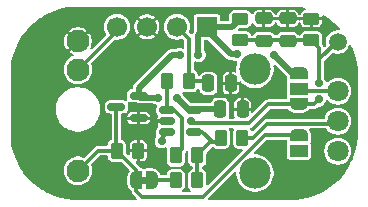
<source format=gbr>
%TF.GenerationSoftware,KiCad,Pcbnew,9.0.3*%
%TF.CreationDate,2025-07-19T03:53:28-07:00*%
%TF.ProjectId,flex-cv-in,666c6578-2d63-4762-9d69-6e2e6b696361,rev?*%
%TF.SameCoordinates,Original*%
%TF.FileFunction,Copper,L1,Top*%
%TF.FilePolarity,Positive*%
%FSLAX46Y46*%
G04 Gerber Fmt 4.6, Leading zero omitted, Abs format (unit mm)*
G04 Created by KiCad (PCBNEW 9.0.3) date 2025-07-19 03:53:28*
%MOMM*%
%LPD*%
G01*
G04 APERTURE LIST*
G04 Aperture macros list*
%AMRoundRect*
0 Rectangle with rounded corners*
0 $1 Rounding radius*
0 $2 $3 $4 $5 $6 $7 $8 $9 X,Y pos of 4 corners*
0 Add a 4 corners polygon primitive as box body*
4,1,4,$2,$3,$4,$5,$6,$7,$8,$9,$2,$3,0*
0 Add four circle primitives for the rounded corners*
1,1,$1+$1,$2,$3*
1,1,$1+$1,$4,$5*
1,1,$1+$1,$6,$7*
1,1,$1+$1,$8,$9*
0 Add four rect primitives between the rounded corners*
20,1,$1+$1,$2,$3,$4,$5,0*
20,1,$1+$1,$4,$5,$6,$7,0*
20,1,$1+$1,$6,$7,$8,$9,0*
20,1,$1+$1,$8,$9,$2,$3,0*%
%AMFreePoly0*
4,1,23,0.500000,-0.750000,0.000000,-0.750000,0.000000,-0.745722,-0.065263,-0.745722,-0.191342,-0.711940,-0.304381,-0.646677,-0.396677,-0.554381,-0.461940,-0.441342,-0.495722,-0.315263,-0.495722,-0.250000,-0.500000,-0.250000,-0.500000,0.250000,-0.495722,0.250000,-0.495722,0.315263,-0.461940,0.441342,-0.396677,0.554381,-0.304381,0.646677,-0.191342,0.711940,-0.065263,0.745722,0.000000,0.745722,
0.000000,0.750000,0.500000,0.750000,0.500000,-0.750000,0.500000,-0.750000,$1*%
%AMFreePoly1*
4,1,23,0.000000,0.745722,0.065263,0.745722,0.191342,0.711940,0.304381,0.646677,0.396677,0.554381,0.461940,0.441342,0.495722,0.315263,0.495722,0.250000,0.500000,0.250000,0.500000,-0.250000,0.495722,-0.250000,0.495722,-0.315263,0.461940,-0.441342,0.396677,-0.554381,0.304381,-0.646677,0.191342,-0.711940,0.065263,-0.745722,0.000000,-0.745722,0.000000,-0.750000,-0.500000,-0.750000,
-0.500000,0.750000,0.000000,0.750000,0.000000,0.745722,0.000000,0.745722,$1*%
%AMFreePoly2*
4,1,23,0.550000,-0.750000,0.000000,-0.750000,0.000000,-0.745722,-0.065263,-0.745722,-0.191342,-0.711940,-0.304381,-0.646677,-0.396677,-0.554381,-0.461940,-0.441342,-0.495722,-0.315263,-0.495722,-0.250000,-0.500000,-0.250000,-0.500000,0.250000,-0.495722,0.250000,-0.495722,0.315263,-0.461940,0.441342,-0.396677,0.554381,-0.304381,0.646677,-0.191342,0.711940,-0.065263,0.745722,0.000000,0.745722,
0.000000,0.750000,0.550000,0.750000,0.550000,-0.750000,0.550000,-0.750000,$1*%
%AMFreePoly3*
4,1,23,0.000000,0.745722,0.065263,0.745722,0.191342,0.711940,0.304381,0.646677,0.396677,0.554381,0.461940,0.441342,0.495722,0.315263,0.495722,0.250000,0.500000,0.250000,0.500000,-0.250000,0.495722,-0.250000,0.495722,-0.315263,0.461940,-0.441342,0.396677,-0.554381,0.304381,-0.646677,0.191342,-0.711940,0.065263,-0.745722,0.000000,-0.745722,0.000000,-0.750000,-0.550000,-0.750000,
-0.550000,0.750000,0.000000,0.750000,0.000000,0.745722,0.000000,0.745722,$1*%
G04 Aperture macros list end*
%TA.AperFunction,EtchedComponent*%
%ADD10C,0.000000*%
%TD*%
%TA.AperFunction,SMDPad,CuDef*%
%ADD11C,1.500000*%
%TD*%
%TA.AperFunction,SMDPad,CuDef*%
%ADD12RoundRect,0.250000X0.262500X0.450000X-0.262500X0.450000X-0.262500X-0.450000X0.262500X-0.450000X0*%
%TD*%
%TA.AperFunction,SMDPad,CuDef*%
%ADD13RoundRect,0.250000X0.250000X0.475000X-0.250000X0.475000X-0.250000X-0.475000X0.250000X-0.475000X0*%
%TD*%
%TA.AperFunction,SMDPad,CuDef*%
%ADD14FreePoly0,180.000000*%
%TD*%
%TA.AperFunction,SMDPad,CuDef*%
%ADD15FreePoly1,180.000000*%
%TD*%
%TA.AperFunction,ComponentPad*%
%ADD16R,1.700000X1.700000*%
%TD*%
%TA.AperFunction,ComponentPad*%
%ADD17C,1.700000*%
%TD*%
%TA.AperFunction,SMDPad,CuDef*%
%ADD18RoundRect,0.250000X0.475000X-0.250000X0.475000X0.250000X-0.475000X0.250000X-0.475000X-0.250000X0*%
%TD*%
%TA.AperFunction,SMDPad,CuDef*%
%ADD19RoundRect,0.250000X-0.450000X0.262500X-0.450000X-0.262500X0.450000X-0.262500X0.450000X0.262500X0*%
%TD*%
%TA.AperFunction,SMDPad,CuDef*%
%ADD20FreePoly2,90.000000*%
%TD*%
%TA.AperFunction,SMDPad,CuDef*%
%ADD21R,1.500000X1.000000*%
%TD*%
%TA.AperFunction,SMDPad,CuDef*%
%ADD22FreePoly3,90.000000*%
%TD*%
%TA.AperFunction,SMDPad,CuDef*%
%ADD23RoundRect,0.250000X-0.262500X-0.450000X0.262500X-0.450000X0.262500X0.450000X-0.262500X0.450000X0*%
%TD*%
%TA.AperFunction,SMDPad,CuDef*%
%ADD24RoundRect,0.150000X-0.512500X-0.150000X0.512500X-0.150000X0.512500X0.150000X-0.512500X0.150000X0*%
%TD*%
%TA.AperFunction,SMDPad,CuDef*%
%ADD25RoundRect,0.250000X0.450000X-0.262500X0.450000X0.262500X-0.450000X0.262500X-0.450000X-0.262500X0*%
%TD*%
%TA.AperFunction,SMDPad,CuDef*%
%ADD26RoundRect,0.150000X0.587500X0.150000X-0.587500X0.150000X-0.587500X-0.150000X0.587500X-0.150000X0*%
%TD*%
%TA.AperFunction,SMDPad,CuDef*%
%ADD27FreePoly2,270.000000*%
%TD*%
%TA.AperFunction,SMDPad,CuDef*%
%ADD28FreePoly3,270.000000*%
%TD*%
%TA.AperFunction,ComponentPad*%
%ADD29C,1.930400*%
%TD*%
%TA.AperFunction,ComponentPad*%
%ADD30C,1.803400*%
%TD*%
%TA.AperFunction,ComponentPad*%
%ADD31C,2.667000*%
%TD*%
%TA.AperFunction,ViaPad*%
%ADD32C,0.600000*%
%TD*%
%TA.AperFunction,ViaPad*%
%ADD33C,0.700000*%
%TD*%
%TA.AperFunction,Conductor*%
%ADD34C,0.300000*%
%TD*%
%TA.AperFunction,Conductor*%
%ADD35C,0.500000*%
%TD*%
G04 APERTURE END LIST*
D10*
%TA.AperFunction,EtchedComponent*%
%TO.C,JP6*%
G36*
X116850000Y-75300000D02*
G01*
X116350000Y-75300000D01*
X116350000Y-74700000D01*
X116850000Y-74700000D01*
X116850000Y-75300000D01*
G37*
%TD.AperFunction*%
%TD*%
D11*
%TO.P,TP1,1,1*%
%TO.N,/VREF_1.65V*%
X133000000Y-63300000D03*
%TD*%
D12*
%TO.P,R4,1*%
%TO.N,/SUMMED_CV_IN*%
X121112500Y-72900000D03*
%TO.P,R4,2*%
%TO.N,Net-(R3-Pad1)*%
X119287500Y-72900000D03*
%TD*%
D13*
%TO.P,C3,1*%
%TO.N,GND*%
X123949999Y-66800000D03*
%TO.P,C3,2*%
%TO.N,/CV_OUT*%
X122050001Y-66800000D03*
%TD*%
D14*
%TO.P,JP6,1,A*%
%TO.N,/R_IN*%
X117250000Y-75000000D03*
D15*
%TO.P,JP6,2,B*%
%TO.N,/CV_IN*%
X115950000Y-75000000D03*
%TD*%
D16*
%TO.P,J2,1,Pin_1*%
%TO.N,+3.3V*%
X121920000Y-62000000D03*
D17*
%TO.P,J2,2,Pin_2*%
%TO.N,/CV_OUT*%
X119380000Y-62000000D03*
%TO.P,J2,3,Pin_3*%
%TO.N,GND*%
X116840000Y-62000000D03*
%TO.P,J2,4,Pin_4*%
%TO.N,/JACK_DETECT*%
X114300000Y-62000000D03*
%TD*%
D18*
%TO.P,C1,1*%
%TO.N,/VREF_1.65V*%
X126750000Y-63200000D03*
%TO.P,C1,2*%
%TO.N,GND*%
X126750000Y-61300000D03*
%TD*%
D19*
%TO.P,R5,1*%
%TO.N,+3.3V*%
X124750000Y-61337500D03*
%TO.P,R5,2*%
%TO.N,/VREF_1.65V*%
X124750000Y-63162500D03*
%TD*%
D20*
%TO.P,JP4,1,A*%
%TO.N,/VREF_1.65V*%
X129700000Y-68550000D03*
D21*
%TO.P,JP4,2,C*%
%TO.N,Net-(JP4-C)*%
X129700000Y-67250000D03*
D22*
%TO.P,JP4,3,B*%
%TO.N,+3.3V*%
X129700000Y-65950000D03*
%TD*%
D23*
%TO.P,R2,1*%
%TO.N,/R_IN*%
X119287500Y-75000000D03*
%TO.P,R2,2*%
%TO.N,/SUMMED_CV_IN*%
X121112500Y-75000000D03*
%TD*%
D24*
%TO.P,U1,1*%
%TO.N,Net-(R3-Pad1)*%
X118562500Y-69050000D03*
%TO.P,U1,2,V-*%
%TO.N,GND*%
X118562500Y-70000000D03*
%TO.P,U1,3,+*%
%TO.N,/VREF_1.65V*%
X118562500Y-70950000D03*
%TO.P,U1,4,-*%
%TO.N,/SUMMED_CV_IN*%
X120837500Y-70950000D03*
%TO.P,U1,5,V+*%
%TO.N,+3.3V*%
X120837500Y-69050000D03*
%TD*%
D25*
%TO.P,R6,1*%
%TO.N,/VREF_1.65V*%
X130750000Y-63162500D03*
%TO.P,R6,2*%
%TO.N,GND*%
X130750000Y-61337500D03*
%TD*%
D13*
%TO.P,C2,1*%
%TO.N,GND*%
X124950000Y-69000000D03*
%TO.P,C2,2*%
%TO.N,+3.3V*%
X123050000Y-69000000D03*
%TD*%
D26*
%TO.P,D1,1,A*%
%TO.N,GND*%
X116137500Y-69750000D03*
%TO.P,D1,2,K*%
%TO.N,+3.3V*%
X116137500Y-67850000D03*
%TO.P,D1,3,COM*%
%TO.N,/CV_IN*%
X114262500Y-68800000D03*
%TD*%
D23*
%TO.P,R3,1*%
%TO.N,Net-(R3-Pad1)*%
X118587500Y-66600000D03*
%TO.P,R3,2*%
%TO.N,/CV_OUT*%
X120412500Y-66600000D03*
%TD*%
D27*
%TO.P,JP5,1,A*%
%TO.N,/CV_IN*%
X129700000Y-71200000D03*
D21*
%TO.P,JP5,2,C*%
%TO.N,Net-(JP5-C)*%
X129700000Y-72500000D03*
D28*
%TO.P,JP5,3,B*%
%TO.N,GND*%
X129700000Y-73800000D03*
%TD*%
D12*
%TO.P,R1,1*%
%TO.N,/BIAS_IN*%
X124912500Y-71400000D03*
%TO.P,R1,2*%
%TO.N,/SUMMED_CV_IN*%
X123087500Y-71400000D03*
%TD*%
D18*
%TO.P,C4,1*%
%TO.N,/VREF_1.65V*%
X128750000Y-63200000D03*
%TO.P,C4,2*%
%TO.N,GND*%
X128750000Y-61300000D03*
%TD*%
D12*
%TO.P,R7,1*%
%TO.N,GND*%
X116112500Y-72500000D03*
%TO.P,R7,2*%
%TO.N,/CV_IN*%
X114287500Y-72500000D03*
%TD*%
D29*
%TO.P,J1,1,SIG*%
%TO.N,/CV_IN*%
X111000000Y-74207000D03*
%TO.P,J1,2,SHEILD*%
%TO.N,GND*%
X111000000Y-63234200D03*
%TO.P,J1,3,SW*%
%TO.N,/JACK_DETECT*%
X111000000Y-65647200D03*
%TD*%
D30*
%TO.P,RV2,1,1*%
%TO.N,Net-(JP4-C)*%
X133012243Y-67460163D03*
%TO.P,RV2,2,2*%
%TO.N,/BIAS_IN*%
X133012243Y-70000163D03*
%TO.P,RV2,3,3*%
%TO.N,Net-(JP5-C)*%
X133012243Y-72540163D03*
D31*
%TO.P,RV2,4*%
%TO.N,N/C*%
X126001843Y-65605963D03*
%TO.P,RV2,5*%
X126001843Y-74394363D03*
%TD*%
D32*
%TO.N,GND*%
X133100000Y-65700000D03*
X132200000Y-61900000D03*
D33*
%TO.N,+3.3V*%
X119362500Y-68000000D03*
X127600000Y-64400000D03*
X117762500Y-68000000D03*
X124487442Y-64325000D03*
X121212500Y-64400000D03*
X119612500Y-64400000D03*
D32*
%TO.N,GND*%
X106600000Y-65800000D03*
X132200000Y-74600000D03*
X127800000Y-72400000D03*
X124000000Y-76000000D03*
X123000000Y-73200000D03*
D33*
X117000000Y-70800000D03*
D32*
X109400000Y-75600000D03*
X106400000Y-71000000D03*
X114400000Y-65800000D03*
X108800000Y-61800000D03*
X112600000Y-71200000D03*
X127800000Y-67400000D03*
X122800000Y-65000000D03*
D33*
%TO.N,/VREF_1.65V*%
X118100000Y-71700000D03*
X131400000Y-66760163D03*
X120600000Y-70000000D03*
X131400000Y-68160163D03*
%TD*%
D34*
%TO.N,/VREF_1.65V*%
X131400000Y-64600000D02*
X131600000Y-64600000D01*
X131600000Y-64600000D02*
X133000000Y-63200000D01*
X131400000Y-64600000D02*
X131400000Y-63812500D01*
D35*
%TO.N,+3.3V*%
X123050000Y-69000000D02*
X120887500Y-69000000D01*
X121920000Y-62320000D02*
X121920000Y-62000000D01*
X129150000Y-65950000D02*
X127600000Y-64400000D01*
X121920000Y-62000000D02*
X124087500Y-62000000D01*
X116287500Y-68000000D02*
X116137500Y-67850000D01*
X120837500Y-69050000D02*
X120412500Y-69050000D01*
X120887500Y-69000000D02*
X120837500Y-69050000D01*
X124087500Y-62000000D02*
X124750000Y-61337500D01*
X116137500Y-67197788D02*
X118935288Y-64400000D01*
X121212500Y-64400000D02*
X121212500Y-62707500D01*
X129700000Y-65950000D02*
X129150000Y-65950000D01*
X121212500Y-62707500D02*
X121920000Y-62000000D01*
X116137500Y-67850000D02*
X116137500Y-67197788D01*
X124487442Y-64325000D02*
X123925000Y-64325000D01*
X118935288Y-64400000D02*
X119612500Y-64400000D01*
X120412500Y-69050000D02*
X119362500Y-68000000D01*
X123925000Y-64325000D02*
X121920000Y-62320000D01*
X117762500Y-68000000D02*
X116287500Y-68000000D01*
D34*
%TO.N,GND*%
X118562500Y-70000000D02*
X117800000Y-70000000D01*
X117800000Y-70000000D02*
X117000000Y-70800000D01*
%TO.N,/VREF_1.65V*%
X127123292Y-68550000D02*
X125497292Y-70176000D01*
X129700000Y-68550000D02*
X127123292Y-68550000D01*
X125497292Y-70176000D02*
X120776000Y-70176000D01*
X129700000Y-68550000D02*
X131010163Y-68550000D01*
X120776000Y-70176000D02*
X120600000Y-70000000D01*
X131010163Y-68550000D02*
X131400000Y-68160163D01*
X124750000Y-63162500D02*
X130750000Y-63162500D01*
X129700000Y-68550000D02*
X129150000Y-68550000D01*
X118100000Y-71700000D02*
X118100000Y-71412500D01*
X118100000Y-71412500D02*
X118562500Y-70950000D01*
X131400000Y-66760163D02*
X131400000Y-64600000D01*
X131400000Y-63812500D02*
X130750000Y-63162500D01*
%TO.N,/CV_OUT*%
X120412500Y-66600000D02*
X122050001Y-66600000D01*
X120412500Y-63032500D02*
X120412500Y-66600000D01*
X119380000Y-62000000D02*
X120412500Y-63032500D01*
%TO.N,/JACK_DETECT*%
X114300000Y-62347200D02*
X114300000Y-62000000D01*
X111000000Y-65647200D02*
X114300000Y-62347200D01*
%TO.N,/CV_IN*%
X116400000Y-76400000D02*
X115950000Y-75950000D01*
X129700000Y-71200000D02*
X126813963Y-71200000D01*
X114262500Y-68800000D02*
X114262500Y-72475000D01*
X115950000Y-75950000D02*
X115950000Y-75000000D01*
X112707000Y-72500000D02*
X111000000Y-74207000D01*
X121613963Y-76400000D02*
X116400000Y-76400000D01*
X114262500Y-72475000D02*
X114287500Y-72500000D01*
X115950000Y-74162500D02*
X114287500Y-72500000D01*
X115950000Y-75000000D02*
X115950000Y-74162500D01*
X114287500Y-72500000D02*
X112707000Y-72500000D01*
X126813963Y-71200000D02*
X121613963Y-76400000D01*
%TO.N,Net-(JP4-C)*%
X133012243Y-67460163D02*
X129910163Y-67460163D01*
X129910163Y-67460163D02*
X129700000Y-67250000D01*
%TO.N,/R_IN*%
X119287500Y-75000000D02*
X117250000Y-75000000D01*
%TO.N,/BIAS_IN*%
X127000000Y-70200000D02*
X125800000Y-71400000D01*
X133012243Y-70000163D02*
X132812406Y-70200000D01*
X125800000Y-71400000D02*
X124912500Y-71400000D01*
X132812406Y-70200000D02*
X127000000Y-70200000D01*
%TO.N,Net-(R3-Pad1)*%
X118562500Y-69050000D02*
X119129100Y-69050000D01*
X119800000Y-72387500D02*
X119287500Y-72900000D01*
X118562500Y-69050000D02*
X118562500Y-66625000D01*
X119129100Y-69050000D02*
X119800000Y-69720900D01*
X119800000Y-69720900D02*
X119800000Y-72387500D01*
X118562500Y-66625000D02*
X118587500Y-66600000D01*
%TO.N,/SUMMED_CV_IN*%
X123087500Y-71600000D02*
X122887500Y-71800000D01*
X122212500Y-71800000D02*
X121112500Y-72900000D01*
X122400000Y-71800000D02*
X122212500Y-71800000D01*
X122887500Y-71800000D02*
X122400000Y-71800000D01*
X123087500Y-71400000D02*
X123087500Y-71600000D01*
X120837500Y-70950000D02*
X121550000Y-70950000D01*
X121550000Y-70950000D02*
X122400000Y-71800000D01*
X121112500Y-72900000D02*
X121112500Y-75000000D01*
%TD*%
%TA.AperFunction,Conductor*%
%TO.N,GND*%
G36*
X129001934Y-60300576D02*
G01*
X129443302Y-60317917D01*
X129451033Y-60318526D01*
X129887750Y-60370214D01*
X129895395Y-60371425D01*
X130211944Y-60434391D01*
X130265328Y-60464288D01*
X130290944Y-60519853D01*
X130279007Y-60579863D01*
X130234077Y-60621395D01*
X130221047Y-60625764D01*
X130221081Y-60625862D01*
X130087352Y-60672654D01*
X129978209Y-60753207D01*
X129978207Y-60753209D01*
X129897653Y-60862354D01*
X129860317Y-60969055D01*
X129823252Y-61017735D01*
X129764651Y-61035332D01*
X129706899Y-61015124D01*
X129673428Y-60969054D01*
X129627344Y-60837352D01*
X129546792Y-60728209D01*
X129546790Y-60728207D01*
X129437647Y-60647654D01*
X129309601Y-60602850D01*
X129279211Y-60600000D01*
X128875001Y-60600000D01*
X128875000Y-60600001D01*
X128875000Y-61174999D01*
X128875001Y-61175000D01*
X129674998Y-61175000D01*
X129680996Y-61169002D01*
X129735513Y-61141225D01*
X129795945Y-61150796D01*
X129839210Y-61194061D01*
X129842763Y-61205262D01*
X129850001Y-61212500D01*
X131649998Y-61212500D01*
X131649999Y-61212499D01*
X131649999Y-61125608D01*
X131668906Y-61067417D01*
X131718406Y-61031453D01*
X131779592Y-61031453D01*
X131797366Y-61039228D01*
X131951107Y-61125327D01*
X131974590Y-61138478D01*
X131981218Y-61142540D01*
X132346852Y-61386850D01*
X132353140Y-61391419D01*
X132698470Y-61663655D01*
X132704381Y-61668703D01*
X133027298Y-61967204D01*
X133032795Y-61972701D01*
X133181765Y-62133856D01*
X133207381Y-62189421D01*
X133195444Y-62249431D01*
X133150514Y-62290963D01*
X133103405Y-62298901D01*
X133103405Y-62299500D01*
X133099856Y-62299500D01*
X133099375Y-62299581D01*
X133098552Y-62299500D01*
X133098541Y-62299500D01*
X132901459Y-62299500D01*
X132901456Y-62299500D01*
X132708165Y-62337949D01*
X132708163Y-62337949D01*
X132526086Y-62413367D01*
X132362218Y-62522861D01*
X132362214Y-62522864D01*
X132222864Y-62662214D01*
X132222861Y-62662218D01*
X132113367Y-62826086D01*
X132037949Y-63008163D01*
X132037949Y-63008165D01*
X131999500Y-63201456D01*
X131999500Y-63398543D01*
X132028259Y-63543123D01*
X132026193Y-63560571D01*
X132028942Y-63577924D01*
X132022686Y-63590201D01*
X132021067Y-63603884D01*
X132001165Y-63632441D01*
X131937247Y-63696359D01*
X131882730Y-63724136D01*
X131822298Y-63714565D01*
X131779033Y-63671300D01*
X131775257Y-63661463D01*
X131720480Y-63566586D01*
X131718247Y-63563676D01*
X131717369Y-63561198D01*
X131717236Y-63560967D01*
X131717278Y-63560942D01*
X131697821Y-63506001D01*
X131698355Y-63492822D01*
X131700500Y-63472873D01*
X131700499Y-62852128D01*
X131694091Y-62792517D01*
X131675131Y-62741682D01*
X131643797Y-62657670D01*
X131557549Y-62542458D01*
X131557548Y-62542457D01*
X131557546Y-62542454D01*
X131557541Y-62542450D01*
X131442329Y-62456202D01*
X131307488Y-62405910D01*
X131307483Y-62405909D01*
X131307481Y-62405908D01*
X131307477Y-62405908D01*
X131276249Y-62402550D01*
X131247873Y-62399500D01*
X131247870Y-62399500D01*
X130252133Y-62399500D01*
X130252129Y-62399500D01*
X130252128Y-62399501D01*
X130246565Y-62400099D01*
X130192519Y-62405908D01*
X130192514Y-62405909D01*
X130057670Y-62456202D01*
X129942458Y-62542450D01*
X129942450Y-62542458D01*
X129856204Y-62657668D01*
X129844793Y-62688262D01*
X129806741Y-62736176D01*
X129747794Y-62752573D01*
X129690467Y-62731190D01*
X129672782Y-62712993D01*
X129582549Y-62592458D01*
X129582548Y-62592457D01*
X129582546Y-62592454D01*
X129582541Y-62592450D01*
X129467329Y-62506202D01*
X129332488Y-62455910D01*
X129332483Y-62455909D01*
X129332481Y-62455908D01*
X129332477Y-62455908D01*
X129301249Y-62452550D01*
X129272873Y-62449500D01*
X129272870Y-62449500D01*
X128227133Y-62449500D01*
X128227129Y-62449500D01*
X128227128Y-62449501D01*
X128219949Y-62450272D01*
X128167519Y-62455908D01*
X128167514Y-62455909D01*
X128032670Y-62506202D01*
X127917458Y-62592450D01*
X127917450Y-62592458D01*
X127829253Y-62710274D01*
X127779244Y-62745527D01*
X127718065Y-62744653D01*
X127670747Y-62710274D01*
X127582549Y-62592458D01*
X127582548Y-62592457D01*
X127582546Y-62592454D01*
X127582541Y-62592450D01*
X127467329Y-62506202D01*
X127332488Y-62455910D01*
X127332483Y-62455909D01*
X127332481Y-62455908D01*
X127332477Y-62455908D01*
X127301249Y-62452550D01*
X127272873Y-62449500D01*
X127272870Y-62449500D01*
X126227133Y-62449500D01*
X126227129Y-62449500D01*
X126227128Y-62449501D01*
X126219949Y-62450272D01*
X126167519Y-62455908D01*
X126167514Y-62455909D01*
X126032670Y-62506202D01*
X125917458Y-62592450D01*
X125917453Y-62592455D01*
X125827217Y-62712994D01*
X125777208Y-62748246D01*
X125716029Y-62747372D01*
X125667048Y-62710704D01*
X125655206Y-62688260D01*
X125643797Y-62657670D01*
X125557549Y-62542458D01*
X125557548Y-62542457D01*
X125557546Y-62542454D01*
X125557541Y-62542450D01*
X125442329Y-62456202D01*
X125307488Y-62405910D01*
X125307483Y-62405909D01*
X125307481Y-62405908D01*
X125307477Y-62405908D01*
X125276249Y-62402550D01*
X125247873Y-62399500D01*
X125247870Y-62399500D01*
X124634821Y-62399500D01*
X124612773Y-62392336D01*
X124589876Y-62388710D01*
X124584227Y-62383061D01*
X124576630Y-62380593D01*
X124563002Y-62361836D01*
X124546611Y-62345445D01*
X124545361Y-62337555D01*
X124540666Y-62331093D01*
X124540666Y-62307907D01*
X124537040Y-62285013D01*
X124540666Y-62277896D01*
X124540666Y-62269907D01*
X124564817Y-62230496D01*
X124665818Y-62129495D01*
X124720335Y-62101718D01*
X124735822Y-62100499D01*
X125247867Y-62100499D01*
X125247872Y-62100499D01*
X125307483Y-62094091D01*
X125374907Y-62068943D01*
X125442329Y-62043797D01*
X125442329Y-62043796D01*
X125442331Y-62043796D01*
X125557546Y-61957546D01*
X125643796Y-61842331D01*
X125680533Y-61743832D01*
X125718583Y-61695918D01*
X125777530Y-61679520D01*
X125834857Y-61700901D01*
X125866735Y-61745731D01*
X125872653Y-61762645D01*
X125953207Y-61871790D01*
X125953209Y-61871792D01*
X126062352Y-61952345D01*
X126190398Y-61997149D01*
X126220789Y-61999999D01*
X126624998Y-61999999D01*
X126625000Y-61999998D01*
X126625000Y-61425001D01*
X126875000Y-61425001D01*
X126875000Y-61999998D01*
X126875001Y-61999999D01*
X127279203Y-61999999D01*
X127309600Y-61997149D01*
X127309602Y-61997149D01*
X127437647Y-61952345D01*
X127546790Y-61871792D01*
X127546792Y-61871790D01*
X127627344Y-61762647D01*
X127656555Y-61679168D01*
X127693620Y-61630487D01*
X127752221Y-61612890D01*
X127809973Y-61633098D01*
X127843445Y-61679168D01*
X127872655Y-61762647D01*
X127953207Y-61871790D01*
X127953209Y-61871792D01*
X128062352Y-61952345D01*
X128190398Y-61997149D01*
X128220789Y-61999999D01*
X128624998Y-61999999D01*
X128625000Y-61999998D01*
X128625000Y-61425001D01*
X128875000Y-61425001D01*
X128875000Y-61999998D01*
X128875001Y-61999999D01*
X129279203Y-61999999D01*
X129309600Y-61997149D01*
X129309602Y-61997149D01*
X129437647Y-61952345D01*
X129546790Y-61871792D01*
X129546792Y-61871790D01*
X129627344Y-61762647D01*
X129661265Y-61665707D01*
X129698330Y-61617026D01*
X129756931Y-61599429D01*
X129814683Y-61619637D01*
X129849527Y-61669931D01*
X129851253Y-61678780D01*
X129851564Y-61678713D01*
X129852850Y-61684602D01*
X129897654Y-61812647D01*
X129978207Y-61921790D01*
X129978209Y-61921792D01*
X130087352Y-62002345D01*
X130215398Y-62047149D01*
X130245789Y-62049999D01*
X130624998Y-62049999D01*
X130625000Y-62049998D01*
X130625000Y-61462501D01*
X130875000Y-61462501D01*
X130875000Y-62049998D01*
X130875001Y-62049999D01*
X131254203Y-62049999D01*
X131284600Y-62047149D01*
X131284602Y-62047149D01*
X131412647Y-62002345D01*
X131521790Y-61921792D01*
X131521792Y-61921790D01*
X131602345Y-61812647D01*
X131647149Y-61684601D01*
X131649999Y-61654211D01*
X131650000Y-61654210D01*
X131650000Y-61462501D01*
X131649999Y-61462500D01*
X130875001Y-61462500D01*
X130875000Y-61462501D01*
X130625000Y-61462501D01*
X130624999Y-61462500D01*
X129850002Y-61462500D01*
X129844004Y-61468498D01*
X129829437Y-61475920D01*
X129817719Y-61487318D01*
X129802861Y-61489460D01*
X129789487Y-61496275D01*
X129773340Y-61493717D01*
X129757160Y-61496051D01*
X129743881Y-61489052D01*
X129729055Y-61486704D01*
X129717494Y-61475143D01*
X129703033Y-61467521D01*
X129696404Y-61454053D01*
X129685790Y-61443439D01*
X129683373Y-61433374D01*
X129674999Y-61425000D01*
X128875001Y-61425000D01*
X128875000Y-61425001D01*
X128625000Y-61425001D01*
X128624999Y-61425000D01*
X127825001Y-61425000D01*
X127820003Y-61429998D01*
X127799343Y-61440523D01*
X127780593Y-61454147D01*
X127772604Y-61454147D01*
X127765486Y-61457774D01*
X127742591Y-61454147D01*
X127719408Y-61454148D01*
X127711325Y-61449195D01*
X127705054Y-61448202D01*
X127697694Y-61440842D01*
X127679996Y-61429997D01*
X127674999Y-61425000D01*
X126875001Y-61425000D01*
X126875000Y-61425001D01*
X126625000Y-61425001D01*
X126625000Y-60600001D01*
X126875000Y-60600001D01*
X126875000Y-61174999D01*
X126875001Y-61175000D01*
X127674997Y-61175000D01*
X127679994Y-61170003D01*
X127700654Y-61159476D01*
X127719406Y-61145852D01*
X127727392Y-61145851D01*
X127734511Y-61142225D01*
X127757408Y-61145851D01*
X127780591Y-61145851D01*
X127787053Y-61150546D01*
X127794943Y-61151796D01*
X127820003Y-61170002D01*
X127825001Y-61175000D01*
X128624999Y-61175000D01*
X128625000Y-61174999D01*
X128625000Y-60600001D01*
X128624999Y-60600000D01*
X128220796Y-60600000D01*
X128190399Y-60602850D01*
X128190397Y-60602850D01*
X128062352Y-60647654D01*
X127953209Y-60728207D01*
X127953207Y-60728209D01*
X127872654Y-60837352D01*
X127843445Y-60920831D01*
X127806379Y-60969512D01*
X127747779Y-60987109D01*
X127690027Y-60966901D01*
X127656555Y-60920831D01*
X127627345Y-60837352D01*
X127546792Y-60728209D01*
X127546790Y-60728207D01*
X127437647Y-60647654D01*
X127309601Y-60602850D01*
X127279211Y-60600000D01*
X126875001Y-60600000D01*
X126875000Y-60600001D01*
X126625000Y-60600001D01*
X126624999Y-60600000D01*
X126220796Y-60600000D01*
X126190399Y-60602850D01*
X126190397Y-60602850D01*
X126062352Y-60647654D01*
X125953209Y-60728207D01*
X125953207Y-60728209D01*
X125872653Y-60837354D01*
X125853195Y-60892964D01*
X125816130Y-60941644D01*
X125757529Y-60959241D01*
X125699778Y-60939033D01*
X125666993Y-60894862D01*
X125643797Y-60832670D01*
X125557549Y-60717458D01*
X125557548Y-60717457D01*
X125557546Y-60717454D01*
X125557541Y-60717450D01*
X125442329Y-60631202D01*
X125307488Y-60580910D01*
X125307483Y-60580909D01*
X125307481Y-60580908D01*
X125307477Y-60580908D01*
X125276249Y-60577550D01*
X125247873Y-60574500D01*
X125247870Y-60574500D01*
X124252133Y-60574500D01*
X124252129Y-60574500D01*
X124252128Y-60574501D01*
X124244949Y-60575272D01*
X124192519Y-60580908D01*
X124192514Y-60580909D01*
X124057670Y-60631202D01*
X123942458Y-60717450D01*
X123942450Y-60717458D01*
X123856202Y-60832670D01*
X123805910Y-60967511D01*
X123805908Y-60967522D01*
X123803454Y-60990349D01*
X123799500Y-61027127D01*
X123799500Y-61221057D01*
X123799501Y-61400500D01*
X123780594Y-61458691D01*
X123731094Y-61494655D01*
X123700501Y-61499500D01*
X123119500Y-61499500D01*
X123061309Y-61480593D01*
X123025345Y-61431093D01*
X123020500Y-61400500D01*
X123020500Y-61125327D01*
X123020498Y-61125315D01*
X123017015Y-61107808D01*
X123005966Y-61052260D01*
X123005964Y-61052257D01*
X122950602Y-60969400D01*
X122950599Y-60969397D01*
X122867742Y-60914035D01*
X122867740Y-60914034D01*
X122867737Y-60914033D01*
X122867736Y-60914033D01*
X122794684Y-60899501D01*
X122794674Y-60899500D01*
X121045326Y-60899500D01*
X121045325Y-60899500D01*
X121045315Y-60899501D01*
X120972263Y-60914033D01*
X120972257Y-60914035D01*
X120889400Y-60969397D01*
X120889397Y-60969400D01*
X120834035Y-61052257D01*
X120834033Y-61052263D01*
X120819501Y-61125315D01*
X120819500Y-61125327D01*
X120819500Y-62360668D01*
X120806236Y-62410168D01*
X120746109Y-62514310D01*
X120746107Y-62514314D01*
X120730175Y-62573774D01*
X120724412Y-62582646D01*
X120722758Y-62593095D01*
X120708123Y-62607729D01*
X120696851Y-62625088D01*
X120686974Y-62628878D01*
X120679494Y-62636360D01*
X120659050Y-62639597D01*
X120639730Y-62647014D01*
X120629511Y-62644276D01*
X120619062Y-62645931D01*
X120600621Y-62636534D01*
X120580629Y-62631178D01*
X120564545Y-62618153D01*
X120523186Y-62576794D01*
X120435159Y-62488766D01*
X120407382Y-62434250D01*
X120411008Y-62388173D01*
X120449436Y-62269907D01*
X120453402Y-62257702D01*
X120480500Y-62086614D01*
X120480500Y-61913385D01*
X120453402Y-61742297D01*
X120453401Y-61742293D01*
X120399876Y-61577561D01*
X120399874Y-61577558D01*
X120399873Y-61577557D01*
X120399873Y-61577555D01*
X120321232Y-61423212D01*
X120219414Y-61283072D01*
X120096928Y-61160586D01*
X119956788Y-61058768D01*
X119956787Y-61058767D01*
X119956785Y-61058766D01*
X119802441Y-60980125D01*
X119802438Y-60980123D01*
X119637706Y-60926598D01*
X119637702Y-60926597D01*
X119466614Y-60899500D01*
X119466611Y-60899500D01*
X119293389Y-60899500D01*
X119293386Y-60899500D01*
X119122297Y-60926597D01*
X119122293Y-60926598D01*
X118957561Y-60980123D01*
X118957558Y-60980125D01*
X118803214Y-61058766D01*
X118663073Y-61160585D01*
X118540585Y-61283073D01*
X118438766Y-61423214D01*
X118360125Y-61577558D01*
X118360123Y-61577561D01*
X118306598Y-61742293D01*
X118306597Y-61742297D01*
X118279500Y-61913385D01*
X118279500Y-62086614D01*
X118306597Y-62257702D01*
X118306598Y-62257706D01*
X118360123Y-62422438D01*
X118360125Y-62422441D01*
X118420690Y-62541309D01*
X118438768Y-62576788D01*
X118540586Y-62716928D01*
X118663072Y-62839414D01*
X118803212Y-62941232D01*
X118957555Y-63019873D01*
X118957557Y-63019873D01*
X118957558Y-63019874D01*
X118957561Y-63019876D01*
X119122293Y-63073401D01*
X119122297Y-63073402D01*
X119293386Y-63100500D01*
X119293389Y-63100500D01*
X119466614Y-63100500D01*
X119637702Y-63073402D01*
X119686882Y-63057422D01*
X119768172Y-63031008D01*
X119791352Y-63031008D01*
X119814251Y-63027382D01*
X119821367Y-63031008D01*
X119829356Y-63031008D01*
X119868763Y-63055156D01*
X119983005Y-63169397D01*
X120010781Y-63223912D01*
X120012000Y-63239399D01*
X120012000Y-63765780D01*
X119993093Y-63823971D01*
X119943593Y-63859935D01*
X119882407Y-63859935D01*
X119863503Y-63851518D01*
X119844286Y-63840424D01*
X119844285Y-63840423D01*
X119844284Y-63840423D01*
X119691557Y-63799500D01*
X119533443Y-63799500D01*
X119380716Y-63840423D01*
X119301362Y-63886237D01*
X119251864Y-63899500D01*
X119001181Y-63899500D01*
X118869396Y-63899500D01*
X118796281Y-63919091D01*
X118742097Y-63933609D01*
X118627978Y-63999496D01*
X115830186Y-66797288D01*
X115830185Y-66797287D01*
X115737000Y-66890473D01*
X115736996Y-66890478D01*
X115671109Y-67004597D01*
X115637000Y-67131897D01*
X115637000Y-67200500D01*
X115618093Y-67258691D01*
X115568593Y-67294655D01*
X115538004Y-67299500D01*
X115518481Y-67299500D01*
X115518476Y-67299501D01*
X115424700Y-67314352D01*
X115424695Y-67314354D01*
X115311659Y-67371949D01*
X115221949Y-67461659D01*
X115164354Y-67574695D01*
X115149500Y-67668477D01*
X115149500Y-68031520D01*
X115149501Y-68031523D01*
X115164352Y-68125299D01*
X115164353Y-68125302D01*
X115164353Y-68125303D01*
X115164354Y-68125304D01*
X115186516Y-68168800D01*
X115188011Y-68171733D01*
X115197582Y-68232165D01*
X115169805Y-68286681D01*
X115115288Y-68314459D01*
X115054856Y-68304888D01*
X114975303Y-68264353D01*
X114881521Y-68249500D01*
X113643478Y-68249500D01*
X113643476Y-68249501D01*
X113549700Y-68264352D01*
X113549695Y-68264354D01*
X113436659Y-68321949D01*
X113346949Y-68411659D01*
X113289354Y-68524695D01*
X113274500Y-68618477D01*
X113274500Y-68981520D01*
X113274501Y-68981523D01*
X113289352Y-69075299D01*
X113289354Y-69075304D01*
X113346950Y-69188342D01*
X113436658Y-69278050D01*
X113549696Y-69335646D01*
X113643481Y-69350500D01*
X113763000Y-69350499D01*
X113821190Y-69369406D01*
X113857154Y-69418906D01*
X113862000Y-69449499D01*
X113862000Y-71507877D01*
X113843093Y-71566068D01*
X113797600Y-71600634D01*
X113782668Y-71606203D01*
X113782667Y-71606204D01*
X113667458Y-71692450D01*
X113667450Y-71692458D01*
X113581202Y-71807670D01*
X113530910Y-71942511D01*
X113530908Y-71942522D01*
X113524499Y-72002130D01*
X113524358Y-72004777D01*
X113523131Y-72004711D01*
X113505593Y-72058691D01*
X113456093Y-72094655D01*
X113425500Y-72099500D01*
X112765806Y-72099500D01*
X112765790Y-72099499D01*
X112759727Y-72099499D01*
X112654273Y-72099499D01*
X112654270Y-72099499D01*
X112552413Y-72126792D01*
X112552409Y-72126794D01*
X112461087Y-72179519D01*
X112386519Y-72254086D01*
X112386520Y-72254087D01*
X112386518Y-72254089D01*
X112386517Y-72254089D01*
X111579514Y-73061090D01*
X111524998Y-73088867D01*
X111470901Y-73080307D01*
X111470260Y-73081855D01*
X111466671Y-73080368D01*
X111284672Y-73021233D01*
X111095681Y-72991300D01*
X111095678Y-72991300D01*
X110904322Y-72991300D01*
X110904319Y-72991300D01*
X110715327Y-73021233D01*
X110533332Y-73080367D01*
X110362834Y-73167239D01*
X110362828Y-73167243D01*
X110208030Y-73279711D01*
X110072711Y-73415030D01*
X109960243Y-73569828D01*
X109960239Y-73569834D01*
X109873367Y-73740332D01*
X109814233Y-73922327D01*
X109784300Y-74111318D01*
X109784300Y-74302681D01*
X109814233Y-74491672D01*
X109873367Y-74673667D01*
X109960239Y-74844165D01*
X109960243Y-74844171D01*
X110072711Y-74998969D01*
X110072713Y-74998971D01*
X110072716Y-74998975D01*
X110208025Y-75134284D01*
X110208028Y-75134286D01*
X110208030Y-75134288D01*
X110362828Y-75246756D01*
X110362834Y-75246760D01*
X110533333Y-75333633D01*
X110715323Y-75392765D01*
X110715324Y-75392765D01*
X110715327Y-75392766D01*
X110904319Y-75422700D01*
X110904322Y-75422700D01*
X111095681Y-75422700D01*
X111284672Y-75392766D01*
X111284673Y-75392765D01*
X111284677Y-75392765D01*
X111466667Y-75333633D01*
X111637166Y-75246760D01*
X111791975Y-75134284D01*
X111927284Y-74998975D01*
X112039760Y-74844166D01*
X112126633Y-74673667D01*
X112185765Y-74491677D01*
X112193551Y-74442519D01*
X112215700Y-74302681D01*
X112215700Y-74111318D01*
X112185766Y-73922327D01*
X112185765Y-73922323D01*
X112126633Y-73740333D01*
X112126631Y-73740330D01*
X112126631Y-73740328D01*
X112125145Y-73736740D01*
X112126705Y-73736093D01*
X112118127Y-73682027D01*
X112145889Y-73627503D01*
X112843896Y-72929496D01*
X112898413Y-72901719D01*
X112913900Y-72900500D01*
X113425501Y-72900500D01*
X113483692Y-72919407D01*
X113519656Y-72968907D01*
X113523827Y-72995248D01*
X113524359Y-72995220D01*
X113524501Y-72997870D01*
X113524501Y-72997872D01*
X113526044Y-73012229D01*
X113530908Y-73057480D01*
X113530909Y-73057485D01*
X113581202Y-73192329D01*
X113654896Y-73290771D01*
X113667454Y-73307546D01*
X113667457Y-73307548D01*
X113667458Y-73307549D01*
X113782670Y-73393797D01*
X113917511Y-73444089D01*
X113917512Y-73444089D01*
X113917517Y-73444091D01*
X113977127Y-73450500D01*
X114597872Y-73450499D01*
X114617356Y-73448404D01*
X114677232Y-73460983D01*
X114697940Y-73476833D01*
X115357426Y-74136319D01*
X115385203Y-74190836D01*
X115375632Y-74251268D01*
X115365968Y-74266584D01*
X115338270Y-74302681D01*
X115328630Y-74315244D01*
X115262801Y-74429264D01*
X115237281Y-74490874D01*
X115203205Y-74618046D01*
X115203205Y-74618051D01*
X115194500Y-74684172D01*
X115194500Y-75315827D01*
X115203205Y-75381948D01*
X115203205Y-75381953D01*
X115237281Y-75509125D01*
X115262801Y-75570735D01*
X115262803Y-75570739D01*
X115262805Y-75570743D01*
X115328631Y-75684757D01*
X115328633Y-75684760D01*
X115369229Y-75737666D01*
X115369231Y-75737668D01*
X115369235Y-75737673D01*
X115462327Y-75830765D01*
X115510769Y-75867936D01*
X115545423Y-75918357D01*
X115549500Y-75946476D01*
X115549500Y-76002727D01*
X115568307Y-76072916D01*
X115576794Y-76104592D01*
X115629516Y-76195908D01*
X115629520Y-76195913D01*
X115964103Y-76530497D01*
X115991880Y-76585013D01*
X115982309Y-76645445D01*
X115939044Y-76688710D01*
X115894099Y-76699500D01*
X111001953Y-76699500D01*
X110998066Y-76699424D01*
X110556706Y-76682082D01*
X110548957Y-76681472D01*
X110112265Y-76629787D01*
X110104587Y-76628571D01*
X109673286Y-76542779D01*
X109665728Y-76540964D01*
X109242507Y-76421604D01*
X109235113Y-76419202D01*
X108822539Y-76266995D01*
X108815358Y-76264020D01*
X108469530Y-76104592D01*
X108416007Y-76079917D01*
X108409091Y-76076393D01*
X108025412Y-75861523D01*
X108018786Y-75857463D01*
X107978831Y-75830766D01*
X107771647Y-75692329D01*
X107653147Y-75613149D01*
X107646859Y-75608580D01*
X107301529Y-75336344D01*
X107295618Y-75331296D01*
X106972701Y-75032795D01*
X106967204Y-75027298D01*
X106668703Y-74704381D01*
X106663655Y-74698470D01*
X106391419Y-74353140D01*
X106386850Y-74346852D01*
X106316785Y-74241993D01*
X106142529Y-73981202D01*
X106138480Y-73974595D01*
X105923600Y-73590898D01*
X105920086Y-73584002D01*
X105735973Y-73184628D01*
X105733009Y-73177474D01*
X105580794Y-72764878D01*
X105578395Y-72757492D01*
X105574013Y-72741956D01*
X105459033Y-72334263D01*
X105457220Y-72326713D01*
X105371425Y-71895395D01*
X105370214Y-71887750D01*
X105318526Y-71451033D01*
X105317917Y-71443293D01*
X105309467Y-71228235D01*
X105300576Y-71001934D01*
X105300500Y-70998047D01*
X105300500Y-68877085D01*
X109124700Y-68877085D01*
X109124700Y-69122914D01*
X109156787Y-69366638D01*
X109218352Y-69596407D01*
X109220411Y-69604089D01*
X109229073Y-69625000D01*
X109314483Y-69831199D01*
X109314486Y-69831204D01*
X109426951Y-70026000D01*
X109437401Y-70044099D01*
X109587043Y-70239117D01*
X109587045Y-70239119D01*
X109587049Y-70239124D01*
X109760876Y-70412951D01*
X109760880Y-70412954D01*
X109760882Y-70412956D01*
X109952620Y-70560081D01*
X109955904Y-70562601D01*
X110168796Y-70685514D01*
X110168797Y-70685514D01*
X110168800Y-70685516D01*
X110222282Y-70707669D01*
X110395911Y-70779589D01*
X110633362Y-70843213D01*
X110877086Y-70875300D01*
X110877087Y-70875300D01*
X111122913Y-70875300D01*
X111122914Y-70875300D01*
X111366638Y-70843213D01*
X111604089Y-70779589D01*
X111831204Y-70685514D01*
X112044096Y-70562601D01*
X112239124Y-70412951D01*
X112412951Y-70239124D01*
X112562601Y-70044096D01*
X112685514Y-69831204D01*
X112779589Y-69604089D01*
X112843213Y-69366638D01*
X112875300Y-69122914D01*
X112875300Y-68877086D01*
X112843213Y-68633362D01*
X112779589Y-68395911D01*
X112700246Y-68204361D01*
X112685516Y-68168800D01*
X112685514Y-68168796D01*
X112562601Y-67955904D01*
X112530049Y-67913481D01*
X112412956Y-67760882D01*
X112412954Y-67760880D01*
X112412951Y-67760876D01*
X112239124Y-67587049D01*
X112239119Y-67587045D01*
X112239117Y-67587043D01*
X112044099Y-67437401D01*
X112002609Y-67413447D01*
X111831204Y-67314486D01*
X111831199Y-67314483D01*
X111630826Y-67231486D01*
X111604089Y-67220411D01*
X111604087Y-67220410D01*
X111604086Y-67220410D01*
X111366638Y-67156787D01*
X111122914Y-67124700D01*
X110877086Y-67124700D01*
X110877085Y-67124700D01*
X110633361Y-67156787D01*
X110395913Y-67220410D01*
X110395906Y-67220413D01*
X110168800Y-67314483D01*
X109955900Y-67437401D01*
X109760882Y-67587043D01*
X109587043Y-67760882D01*
X109437401Y-67955900D01*
X109314483Y-68168800D01*
X109220413Y-68395906D01*
X109220410Y-68395913D01*
X109156787Y-68633361D01*
X109124700Y-68877085D01*
X105300500Y-68877085D01*
X105300500Y-66001952D01*
X105300576Y-65998065D01*
X105304128Y-65907669D01*
X105317917Y-65556695D01*
X105318325Y-65551518D01*
X109784300Y-65551518D01*
X109784300Y-65742881D01*
X109814233Y-65931872D01*
X109873367Y-66113867D01*
X109960239Y-66284365D01*
X109960243Y-66284371D01*
X110072711Y-66439169D01*
X110072713Y-66439171D01*
X110072716Y-66439175D01*
X110208025Y-66574484D01*
X110208028Y-66574486D01*
X110208030Y-66574488D01*
X110362828Y-66686956D01*
X110362834Y-66686960D01*
X110533333Y-66773833D01*
X110715323Y-66832965D01*
X110715324Y-66832965D01*
X110715327Y-66832966D01*
X110904319Y-66862900D01*
X110904322Y-66862900D01*
X111095681Y-66862900D01*
X111284672Y-66832966D01*
X111284673Y-66832965D01*
X111284677Y-66832965D01*
X111466667Y-66773833D01*
X111637166Y-66686960D01*
X111791975Y-66574484D01*
X111927284Y-66439175D01*
X112039760Y-66284366D01*
X112126633Y-66113867D01*
X112185765Y-65931877D01*
X112189599Y-65907669D01*
X112215700Y-65742881D01*
X112215700Y-65551518D01*
X112185766Y-65362527D01*
X112174753Y-65328631D01*
X112126633Y-65180533D01*
X112126631Y-65180530D01*
X112126631Y-65180528D01*
X112125145Y-65176940D01*
X112126705Y-65176293D01*
X112118127Y-65122227D01*
X112145889Y-65067703D01*
X112145889Y-65067702D01*
X114091138Y-63122452D01*
X114145653Y-63094677D01*
X114176625Y-63094677D01*
X114213389Y-63100500D01*
X114386614Y-63100500D01*
X114557702Y-63073402D01*
X114557706Y-63073401D01*
X114722438Y-63019876D01*
X114722440Y-63019874D01*
X114722445Y-63019873D01*
X114876788Y-62941232D01*
X115016928Y-62839414D01*
X115139414Y-62716928D01*
X115241232Y-62576788D01*
X115319873Y-62422445D01*
X115319874Y-62422440D01*
X115319876Y-62422438D01*
X115373401Y-62257706D01*
X115373402Y-62257702D01*
X115400500Y-62086614D01*
X115400500Y-61913386D01*
X115399521Y-61907203D01*
X115399521Y-61907202D01*
X115397839Y-61896581D01*
X115790000Y-61896581D01*
X115790000Y-62103418D01*
X115830349Y-62306272D01*
X115909501Y-62497361D01*
X116012183Y-62651037D01*
X116409269Y-62253950D01*
X116439901Y-62307007D01*
X116532993Y-62400099D01*
X116586046Y-62430729D01*
X116188961Y-62827815D01*
X116342638Y-62930498D01*
X116533727Y-63009650D01*
X116736581Y-63049999D01*
X116736586Y-63050000D01*
X116943414Y-63050000D01*
X116943418Y-63049999D01*
X117146272Y-63009650D01*
X117337360Y-62930498D01*
X117491037Y-62827815D01*
X117093952Y-62430730D01*
X117147007Y-62400099D01*
X117240099Y-62307007D01*
X117270730Y-62253952D01*
X117667815Y-62651037D01*
X117770498Y-62497360D01*
X117849650Y-62306272D01*
X117889999Y-62103418D01*
X117890000Y-62103413D01*
X117890000Y-61896586D01*
X117889999Y-61896581D01*
X117849650Y-61693727D01*
X117770498Y-61502638D01*
X117667815Y-61348961D01*
X117270729Y-61746046D01*
X117240099Y-61692993D01*
X117147007Y-61599901D01*
X117093950Y-61569269D01*
X117491037Y-61172183D01*
X117337361Y-61069501D01*
X117146272Y-60990349D01*
X116943418Y-60950000D01*
X116736581Y-60950000D01*
X116533727Y-60990349D01*
X116342638Y-61069501D01*
X116188961Y-61172183D01*
X116586047Y-61569269D01*
X116532993Y-61599901D01*
X116439901Y-61692993D01*
X116409269Y-61746047D01*
X116012183Y-61348961D01*
X115909501Y-61502638D01*
X115830349Y-61693727D01*
X115790000Y-61896581D01*
X115397839Y-61896581D01*
X115373402Y-61742298D01*
X115373401Y-61742293D01*
X115319876Y-61577561D01*
X115319874Y-61577558D01*
X115319873Y-61577557D01*
X115319873Y-61577555D01*
X115241232Y-61423212D01*
X115139414Y-61283072D01*
X115016928Y-61160586D01*
X114876788Y-61058768D01*
X114876787Y-61058767D01*
X114876785Y-61058766D01*
X114722441Y-60980125D01*
X114722438Y-60980123D01*
X114557706Y-60926598D01*
X114557702Y-60926597D01*
X114386614Y-60899500D01*
X114386611Y-60899500D01*
X114213389Y-60899500D01*
X114213386Y-60899500D01*
X114042297Y-60926597D01*
X114042293Y-60926598D01*
X113877561Y-60980123D01*
X113877558Y-60980125D01*
X113723214Y-61058766D01*
X113583073Y-61160585D01*
X113460585Y-61283073D01*
X113358766Y-61423214D01*
X113280125Y-61577558D01*
X113280123Y-61577561D01*
X113226598Y-61742293D01*
X113226597Y-61742297D01*
X113199500Y-61913385D01*
X113199500Y-62086614D01*
X113226597Y-62257702D01*
X113226598Y-62257706D01*
X113280123Y-62422438D01*
X113280125Y-62422441D01*
X113358767Y-62576787D01*
X113358772Y-62576794D01*
X113370189Y-62592508D01*
X113389098Y-62650698D01*
X113370192Y-62708889D01*
X113360102Y-62720704D01*
X112189917Y-63890888D01*
X112135400Y-63918665D01*
X112074968Y-63909094D01*
X112031703Y-63865829D01*
X112022132Y-63805397D01*
X112031704Y-63775938D01*
X112079833Y-63681479D01*
X112136510Y-63507047D01*
X112165200Y-63325906D01*
X112165200Y-63142493D01*
X112136510Y-62961352D01*
X112079834Y-62786922D01*
X111996568Y-62623502D01*
X111996564Y-62623496D01*
X111908579Y-62502396D01*
X111908578Y-62502396D01*
X111390101Y-63020874D01*
X111355689Y-62961270D01*
X111272930Y-62878511D01*
X111213323Y-62844097D01*
X111731802Y-62325620D01*
X111610695Y-62237630D01*
X111447277Y-62154365D01*
X111272847Y-62097689D01*
X111091706Y-62069000D01*
X110908294Y-62069000D01*
X110727152Y-62097689D01*
X110552722Y-62154365D01*
X110389302Y-62237631D01*
X110389298Y-62237633D01*
X110268196Y-62325619D01*
X110786675Y-62844098D01*
X110727070Y-62878511D01*
X110644311Y-62961270D01*
X110609898Y-63020875D01*
X110091419Y-62502396D01*
X110003433Y-62623498D01*
X110003431Y-62623502D01*
X109920165Y-62786922D01*
X109863489Y-62961352D01*
X109834800Y-63142493D01*
X109834800Y-63325906D01*
X109863489Y-63507047D01*
X109920165Y-63681477D01*
X110003430Y-63844895D01*
X110091420Y-63966002D01*
X110609897Y-63447523D01*
X110644311Y-63507130D01*
X110727070Y-63589889D01*
X110786674Y-63624301D01*
X110268196Y-64142778D01*
X110268196Y-64142779D01*
X110389296Y-64230764D01*
X110389302Y-64230768D01*
X110552725Y-64314035D01*
X110571067Y-64319995D01*
X110620568Y-64355958D01*
X110639476Y-64414148D01*
X110620570Y-64472339D01*
X110571071Y-64508304D01*
X110533334Y-64520566D01*
X110362834Y-64607439D01*
X110362828Y-64607443D01*
X110208030Y-64719911D01*
X110072711Y-64855230D01*
X109960243Y-65010028D01*
X109960239Y-65010034D01*
X109873367Y-65180532D01*
X109814233Y-65362527D01*
X109784300Y-65551518D01*
X105318325Y-65551518D01*
X105318527Y-65548957D01*
X105320061Y-65535996D01*
X105370215Y-65112245D01*
X105371424Y-65104608D01*
X105457223Y-64673272D01*
X105459031Y-64665742D01*
X105578400Y-64242491D01*
X105580791Y-64235129D01*
X105733013Y-63822516D01*
X105735969Y-63815380D01*
X105920091Y-63415987D01*
X105923589Y-63409121D01*
X106138487Y-63025393D01*
X106142522Y-63018808D01*
X106386855Y-62653139D01*
X106391412Y-62646867D01*
X106640349Y-62331093D01*
X106663236Y-62302061D01*
X106663295Y-62301984D01*
X106663635Y-62301553D01*
X106668703Y-62295618D01*
X106692470Y-62269907D01*
X106967216Y-61972688D01*
X106972688Y-61967216D01*
X107295622Y-61668699D01*
X107301529Y-61663655D01*
X107313510Y-61654210D01*
X107646867Y-61391412D01*
X107653139Y-61386855D01*
X108018808Y-61142522D01*
X108025393Y-61138487D01*
X108409111Y-60923594D01*
X108415987Y-60920091D01*
X108815380Y-60735969D01*
X108822516Y-60733013D01*
X109235129Y-60580791D01*
X109242491Y-60578400D01*
X109665742Y-60459031D01*
X109673272Y-60457223D01*
X110104608Y-60371424D01*
X110112245Y-60370215D01*
X110548968Y-60318526D01*
X110556695Y-60317917D01*
X110998066Y-60300576D01*
X111001953Y-60300500D01*
X111047595Y-60300500D01*
X128952405Y-60300500D01*
X128998047Y-60300500D01*
X129001934Y-60300576D01*
G37*
%TD.AperFunction*%
%TA.AperFunction,Conductor*%
G36*
X134108035Y-63522167D02*
G01*
X134149569Y-63567094D01*
X134248893Y-63782546D01*
X134264020Y-63815358D01*
X134266995Y-63822539D01*
X134419202Y-64235113D01*
X134421604Y-64242507D01*
X134540964Y-64665728D01*
X134542779Y-64673286D01*
X134628571Y-65104587D01*
X134629787Y-65112265D01*
X134681472Y-65548957D01*
X134682082Y-65556706D01*
X134699424Y-65998065D01*
X134699500Y-66001952D01*
X134699500Y-70998047D01*
X134699424Y-71001934D01*
X134682082Y-71443293D01*
X134681472Y-71451042D01*
X134629787Y-71887734D01*
X134628571Y-71895412D01*
X134542779Y-72326713D01*
X134540964Y-72334271D01*
X134421604Y-72757492D01*
X134419202Y-72764886D01*
X134266995Y-73177460D01*
X134264020Y-73184641D01*
X134079920Y-73583987D01*
X134076391Y-73590913D01*
X133861525Y-73974584D01*
X133857463Y-73981213D01*
X133613149Y-74346852D01*
X133608580Y-74353140D01*
X133336344Y-74698470D01*
X133331296Y-74704381D01*
X133032795Y-75027298D01*
X133027298Y-75032795D01*
X132704381Y-75331296D01*
X132698470Y-75336344D01*
X132353140Y-75608580D01*
X132346852Y-75613149D01*
X131981213Y-75857463D01*
X131974584Y-75861525D01*
X131590913Y-76076391D01*
X131583987Y-76079920D01*
X131184641Y-76264020D01*
X131177460Y-76266995D01*
X130764886Y-76419202D01*
X130757492Y-76421604D01*
X130334271Y-76540964D01*
X130326713Y-76542779D01*
X129895412Y-76628571D01*
X129887734Y-76629787D01*
X129451042Y-76681472D01*
X129443293Y-76682082D01*
X129001934Y-76699424D01*
X128998047Y-76699500D01*
X122119864Y-76699500D01*
X122061673Y-76680593D01*
X122025709Y-76631093D01*
X122025709Y-76569907D01*
X122049860Y-76530496D01*
X123122112Y-75458244D01*
X124248839Y-74331515D01*
X124303356Y-74303739D01*
X124363788Y-74313310D01*
X124407053Y-74356575D01*
X124417843Y-74401520D01*
X124417843Y-74519030D01*
X124456845Y-74765285D01*
X124456846Y-74765289D01*
X124533889Y-75002401D01*
X124533891Y-75002404D01*
X124533892Y-75002407D01*
X124533893Y-75002408D01*
X124647085Y-75224560D01*
X124793635Y-75426270D01*
X124969936Y-75602571D01*
X125171646Y-75749121D01*
X125393798Y-75862313D01*
X125393800Y-75862313D01*
X125393801Y-75862314D01*
X125393804Y-75862316D01*
X125630916Y-75939359D01*
X125630920Y-75939360D01*
X125877176Y-75978363D01*
X125877179Y-75978363D01*
X126126510Y-75978363D01*
X126372765Y-75939360D01*
X126372769Y-75939359D01*
X126609881Y-75862316D01*
X126609883Y-75862314D01*
X126609888Y-75862313D01*
X126832040Y-75749121D01*
X127033750Y-75602571D01*
X127210051Y-75426270D01*
X127356601Y-75224560D01*
X127469793Y-75002408D01*
X127469794Y-75002403D01*
X127469796Y-75002401D01*
X127546839Y-74765289D01*
X127546840Y-74765285D01*
X127585843Y-74519030D01*
X127585843Y-74269695D01*
X127546840Y-74023440D01*
X127546839Y-74023436D01*
X127469796Y-73786324D01*
X127469794Y-73786321D01*
X127469793Y-73786320D01*
X127469793Y-73786318D01*
X127356601Y-73564166D01*
X127210051Y-73362456D01*
X127033750Y-73186155D01*
X126832040Y-73039605D01*
X126832039Y-73039604D01*
X126832037Y-73039603D01*
X126609884Y-72926411D01*
X126609881Y-72926409D01*
X126372769Y-72849366D01*
X126372765Y-72849365D01*
X126126510Y-72810363D01*
X126126507Y-72810363D01*
X126008999Y-72810363D01*
X125950808Y-72791456D01*
X125914844Y-72741956D01*
X125914844Y-72680770D01*
X125938995Y-72641359D01*
X126365082Y-72215273D01*
X126950859Y-71629496D01*
X127005376Y-71601719D01*
X127020863Y-71600500D01*
X128595500Y-71600500D01*
X128604377Y-71603384D01*
X128613631Y-71602175D01*
X128632862Y-71612639D01*
X128653691Y-71619407D01*
X128659177Y-71626958D01*
X128667375Y-71631419D01*
X128673393Y-71646525D01*
X128689655Y-71668907D01*
X128693665Y-71686669D01*
X128694500Y-71693057D01*
X128694500Y-71750000D01*
X128713949Y-71847776D01*
X128714911Y-71849217D01*
X128716635Y-71862400D01*
X128715568Y-71868127D01*
X128715568Y-71894545D01*
X128699500Y-71975322D01*
X128699500Y-73024672D01*
X128699501Y-73024684D01*
X128714033Y-73097736D01*
X128714035Y-73097742D01*
X128769397Y-73180599D01*
X128769400Y-73180602D01*
X128775445Y-73184641D01*
X128852260Y-73235966D01*
X128907808Y-73247015D01*
X128925315Y-73250498D01*
X128925320Y-73250498D01*
X128925326Y-73250500D01*
X128925327Y-73250500D01*
X130474673Y-73250500D01*
X130474674Y-73250500D01*
X130547740Y-73235966D01*
X130630601Y-73180601D01*
X130685966Y-73097740D01*
X130700500Y-73024674D01*
X130700500Y-72449479D01*
X131860043Y-72449479D01*
X131860043Y-72630846D01*
X131888412Y-72809966D01*
X131944457Y-72982454D01*
X132010438Y-73111951D01*
X132026793Y-73144048D01*
X132133394Y-73290771D01*
X132261635Y-73419012D01*
X132408358Y-73525613D01*
X132569952Y-73607949D01*
X132742435Y-73663992D01*
X132742436Y-73663992D01*
X132742439Y-73663993D01*
X132921560Y-73692363D01*
X132921563Y-73692363D01*
X133102926Y-73692363D01*
X133282046Y-73663993D01*
X133282047Y-73663992D01*
X133282051Y-73663992D01*
X133454534Y-73607949D01*
X133616128Y-73525613D01*
X133762851Y-73419012D01*
X133891092Y-73290771D01*
X133997693Y-73144048D01*
X134080029Y-72982454D01*
X134136072Y-72809971D01*
X134136527Y-72807100D01*
X134164443Y-72630846D01*
X134164443Y-72449479D01*
X134136073Y-72270359D01*
X134132570Y-72259577D01*
X134080029Y-72097872D01*
X133997693Y-71936278D01*
X133891092Y-71789555D01*
X133762851Y-71661314D01*
X133616128Y-71554713D01*
X133616127Y-71554712D01*
X133616125Y-71554711D01*
X133454534Y-71472377D01*
X133282046Y-71416332D01*
X133102926Y-71387963D01*
X133102923Y-71387963D01*
X132921563Y-71387963D01*
X132921560Y-71387963D01*
X132742439Y-71416332D01*
X132569951Y-71472377D01*
X132408360Y-71554711D01*
X132261636Y-71661313D01*
X132133393Y-71789556D01*
X132026791Y-71936280D01*
X131944457Y-72097871D01*
X131888412Y-72270359D01*
X131860043Y-72449479D01*
X130700500Y-72449479D01*
X130700500Y-71975326D01*
X130700499Y-71975322D01*
X130700499Y-71975318D01*
X130691839Y-71931784D01*
X130685966Y-71902260D01*
X130685964Y-71902258D01*
X130684431Y-71894548D01*
X130684431Y-71855917D01*
X130686050Y-71847777D01*
X130686051Y-71847776D01*
X130705500Y-71750000D01*
X130705500Y-71134174D01*
X130696794Y-71068044D01*
X130662719Y-70940877D01*
X130637195Y-70879257D01*
X130571369Y-70765243D01*
X130567961Y-70760801D01*
X130567169Y-70759769D01*
X130546743Y-70702094D01*
X130564119Y-70643428D01*
X130612660Y-70606179D01*
X130645709Y-70600500D01*
X131973773Y-70600500D01*
X132031964Y-70619407D01*
X132053861Y-70641304D01*
X132133394Y-70750771D01*
X132261635Y-70879012D01*
X132408358Y-70985613D01*
X132569952Y-71067949D01*
X132742435Y-71123992D01*
X132742436Y-71123992D01*
X132742439Y-71123993D01*
X132921560Y-71152363D01*
X132921563Y-71152363D01*
X133102926Y-71152363D01*
X133282046Y-71123993D01*
X133282047Y-71123992D01*
X133282051Y-71123992D01*
X133454534Y-71067949D01*
X133616128Y-70985613D01*
X133762851Y-70879012D01*
X133891092Y-70750771D01*
X133997693Y-70604048D01*
X134080029Y-70442454D01*
X134136072Y-70269971D01*
X134139235Y-70249999D01*
X134164443Y-70090846D01*
X134164443Y-69909479D01*
X134136073Y-69730359D01*
X134131840Y-69717331D01*
X134080029Y-69557872D01*
X133997693Y-69396278D01*
X133891092Y-69249555D01*
X133762851Y-69121314D01*
X133616128Y-69014713D01*
X133616127Y-69014712D01*
X133616125Y-69014711D01*
X133454534Y-68932377D01*
X133282046Y-68876332D01*
X133102926Y-68847963D01*
X133102923Y-68847963D01*
X132921563Y-68847963D01*
X132921560Y-68847963D01*
X132742439Y-68876332D01*
X132569951Y-68932377D01*
X132408360Y-69014711D01*
X132261636Y-69121313D01*
X132133393Y-69249556D01*
X132026791Y-69396280D01*
X131944457Y-69557871D01*
X131888174Y-69731093D01*
X131852210Y-69780593D01*
X131794019Y-69799500D01*
X127052727Y-69799500D01*
X126947273Y-69799500D01*
X126884929Y-69816204D01*
X126845407Y-69826794D01*
X126754091Y-69879516D01*
X126754086Y-69879520D01*
X125811159Y-70822445D01*
X125808523Y-70823787D01*
X125807032Y-70826342D01*
X125781494Y-70837559D01*
X125756643Y-70850222D01*
X125753721Y-70849759D01*
X125751013Y-70850949D01*
X125723758Y-70845013D01*
X125696211Y-70840651D01*
X125694119Y-70838559D01*
X125691229Y-70837930D01*
X125679215Y-70823655D01*
X125652946Y-70797386D01*
X125650515Y-70792256D01*
X125649387Y-70789689D01*
X125618796Y-70707669D01*
X125605637Y-70690091D01*
X125601065Y-70679682D01*
X125599095Y-70660002D01*
X125592716Y-70641283D01*
X125596120Y-70630270D01*
X125594973Y-70618801D01*
X125604946Y-70601723D01*
X125610789Y-70582827D01*
X125620535Y-70575030D01*
X125625830Y-70565966D01*
X125639225Y-70560081D01*
X125647051Y-70553821D01*
X125646261Y-70552452D01*
X125743200Y-70496483D01*
X125743200Y-70496482D01*
X125743205Y-70496480D01*
X127260189Y-68979496D01*
X127314706Y-68951719D01*
X127330193Y-68950500D01*
X128753523Y-68950500D01*
X128811714Y-68969407D01*
X128832065Y-68989233D01*
X128869229Y-69037666D01*
X128869231Y-69037668D01*
X128869235Y-69037673D01*
X128962327Y-69130765D01*
X128962331Y-69130768D01*
X128962333Y-69130770D01*
X129015239Y-69171366D01*
X129015243Y-69171369D01*
X129129257Y-69237195D01*
X129129263Y-69237197D01*
X129129264Y-69237198D01*
X129190874Y-69262718D01*
X129190875Y-69262718D01*
X129190877Y-69262719D01*
X129318044Y-69296794D01*
X129384174Y-69305500D01*
X129384175Y-69305500D01*
X130015825Y-69305500D01*
X130015826Y-69305500D01*
X130081956Y-69296794D01*
X130209123Y-69262719D01*
X130270743Y-69237195D01*
X130384757Y-69171369D01*
X130437673Y-69130765D01*
X130530765Y-69037673D01*
X130548384Y-69014711D01*
X130567935Y-68989233D01*
X130618360Y-68954577D01*
X130646477Y-68950500D01*
X131062888Y-68950500D01*
X131062890Y-68950500D01*
X131164751Y-68923207D01*
X131164753Y-68923205D01*
X131164755Y-68923205D01*
X131256071Y-68870483D01*
X131256071Y-68870482D01*
X131256076Y-68870480D01*
X131314714Y-68811842D01*
X131336898Y-68789659D01*
X131391415Y-68761882D01*
X131406901Y-68760663D01*
X131479055Y-68760663D01*
X131479057Y-68760663D01*
X131631784Y-68719740D01*
X131768716Y-68640683D01*
X131880520Y-68528879D01*
X131959577Y-68391947D01*
X131990216Y-68277599D01*
X132023538Y-68226288D01*
X132080659Y-68204361D01*
X132139760Y-68220196D01*
X132155839Y-68233216D01*
X132261635Y-68339012D01*
X132408358Y-68445613D01*
X132569952Y-68527949D01*
X132742435Y-68583992D01*
X132742436Y-68583992D01*
X132742439Y-68583993D01*
X132921560Y-68612363D01*
X132921563Y-68612363D01*
X133102926Y-68612363D01*
X133282046Y-68583993D01*
X133282047Y-68583992D01*
X133282051Y-68583992D01*
X133454534Y-68527949D01*
X133616128Y-68445613D01*
X133762851Y-68339012D01*
X133891092Y-68210771D01*
X133997693Y-68064048D01*
X134080029Y-67902454D01*
X134136072Y-67729971D01*
X134136073Y-67729966D01*
X134164443Y-67550846D01*
X134164443Y-67369479D01*
X134136073Y-67190359D01*
X134136072Y-67190355D01*
X134080029Y-67017872D01*
X133997693Y-66856278D01*
X133891092Y-66709555D01*
X133762851Y-66581314D01*
X133616128Y-66474713D01*
X133616127Y-66474712D01*
X133616125Y-66474711D01*
X133454534Y-66392377D01*
X133282046Y-66336332D01*
X133102926Y-66307963D01*
X133102923Y-66307963D01*
X132921563Y-66307963D01*
X132921560Y-66307963D01*
X132742439Y-66336332D01*
X132569951Y-66392377D01*
X132408360Y-66474711D01*
X132261632Y-66581316D01*
X132155844Y-66687104D01*
X132101328Y-66714881D01*
X132040896Y-66705309D01*
X131997631Y-66662045D01*
X131990217Y-66642731D01*
X131959577Y-66528379D01*
X131880520Y-66391447D01*
X131858471Y-66369398D01*
X131829496Y-66340422D01*
X131801719Y-66285905D01*
X131800500Y-66270419D01*
X131800500Y-65003856D01*
X131819407Y-64945665D01*
X131841678Y-64925616D01*
X131840767Y-64924429D01*
X131845906Y-64920485D01*
X131845908Y-64920482D01*
X131845913Y-64920480D01*
X132517267Y-64249124D01*
X132571782Y-64221349D01*
X132625151Y-64227665D01*
X132708165Y-64262051D01*
X132901459Y-64300500D01*
X132901460Y-64300500D01*
X133098540Y-64300500D01*
X133098541Y-64300500D01*
X133291835Y-64262051D01*
X133473914Y-64186632D01*
X133637782Y-64077139D01*
X133777139Y-63937782D01*
X133886632Y-63773914D01*
X133962051Y-63591835D01*
X133962567Y-63589236D01*
X133963159Y-63588178D01*
X133963464Y-63587177D01*
X133963683Y-63587243D01*
X133992461Y-63535852D01*
X134048025Y-63510234D01*
X134108035Y-63522167D01*
G37*
%TD.AperFunction*%
%TA.AperFunction,Conductor*%
G36*
X115345141Y-68345110D02*
G01*
X115424696Y-68385646D01*
X115518481Y-68400500D01*
X115953656Y-68400499D01*
X116003156Y-68413762D01*
X116065465Y-68449736D01*
X116094314Y-68466392D01*
X116221608Y-68500500D01*
X117401864Y-68500500D01*
X117451362Y-68513762D01*
X117530716Y-68559577D01*
X117626654Y-68585283D01*
X117677967Y-68618606D01*
X117699894Y-68675727D01*
X117689240Y-68725854D01*
X117664354Y-68774696D01*
X117649500Y-68868477D01*
X117649500Y-69231520D01*
X117649501Y-69231523D01*
X117664352Y-69325299D01*
X117664354Y-69325304D01*
X117721950Y-69438342D01*
X117774314Y-69490706D01*
X117802090Y-69545221D01*
X117792519Y-69605653D01*
X117774314Y-69630710D01*
X117761216Y-69643808D01*
X117761213Y-69643812D01*
X117709912Y-69748751D01*
X117700000Y-69816784D01*
X117700000Y-69874999D01*
X117700001Y-69875000D01*
X118463500Y-69875000D01*
X118478412Y-69879845D01*
X118494093Y-69879845D01*
X118506778Y-69889061D01*
X118521691Y-69893907D01*
X118530907Y-69906592D01*
X118543593Y-69915809D01*
X118548438Y-69930721D01*
X118557655Y-69943407D01*
X118562500Y-69974000D01*
X118562500Y-70026000D01*
X118543593Y-70084191D01*
X118494093Y-70120155D01*
X118463500Y-70125000D01*
X117700002Y-70125000D01*
X117700001Y-70125001D01*
X117700001Y-70183216D01*
X117709912Y-70251250D01*
X117761214Y-70356188D01*
X117774313Y-70369287D01*
X117802090Y-70423804D01*
X117792519Y-70484236D01*
X117774313Y-70509294D01*
X117721951Y-70561656D01*
X117721950Y-70561658D01*
X117664354Y-70674695D01*
X117649500Y-70768477D01*
X117649500Y-71131520D01*
X117649501Y-71131524D01*
X117664817Y-71228235D01*
X117655245Y-71288667D01*
X117637041Y-71313722D01*
X117619482Y-71331281D01*
X117619480Y-71331283D01*
X117619480Y-71331284D01*
X117540423Y-71468216D01*
X117499500Y-71620943D01*
X117499500Y-71779057D01*
X117540423Y-71931784D01*
X117619480Y-72068716D01*
X117731284Y-72180520D01*
X117868216Y-72259577D01*
X118020943Y-72300500D01*
X118020945Y-72300500D01*
X118179055Y-72300500D01*
X118179057Y-72300500D01*
X118331784Y-72259577D01*
X118386487Y-72227993D01*
X118446331Y-72215273D01*
X118502227Y-72240159D01*
X118532820Y-72293146D01*
X118532331Y-72336494D01*
X118530909Y-72342509D01*
X118524500Y-72402129D01*
X118524500Y-73397866D01*
X118524501Y-73397870D01*
X118530908Y-73457480D01*
X118530909Y-73457485D01*
X118581202Y-73592329D01*
X118634849Y-73663992D01*
X118667454Y-73707546D01*
X118667457Y-73707548D01*
X118667458Y-73707549D01*
X118782670Y-73793797D01*
X118917511Y-73844089D01*
X118917512Y-73844089D01*
X118917517Y-73844091D01*
X118977127Y-73850500D01*
X119597872Y-73850499D01*
X119657483Y-73844091D01*
X119752409Y-73808686D01*
X119792329Y-73793797D01*
X119792329Y-73793796D01*
X119792331Y-73793796D01*
X119907546Y-73707546D01*
X119993796Y-73592331D01*
X120044091Y-73457483D01*
X120050500Y-73397873D01*
X120050499Y-72744399D01*
X120069406Y-72686209D01*
X120069572Y-72685982D01*
X120074085Y-72679807D01*
X120120480Y-72633413D01*
X120167427Y-72552096D01*
X120170573Y-72547793D01*
X120191263Y-72532850D01*
X120210233Y-72515770D01*
X120215710Y-72515194D01*
X120220175Y-72511970D01*
X120245694Y-72512042D01*
X120271083Y-72509374D01*
X120275853Y-72512128D01*
X120281360Y-72512144D01*
X120301966Y-72527204D01*
X120324071Y-72539967D01*
X120326310Y-72544997D01*
X120330758Y-72548248D01*
X120338577Y-72572548D01*
X120348958Y-72595863D01*
X120349500Y-72606211D01*
X120349500Y-73397866D01*
X120349501Y-73397870D01*
X120355908Y-73457480D01*
X120355909Y-73457485D01*
X120406202Y-73592329D01*
X120459849Y-73663992D01*
X120492454Y-73707546D01*
X120607669Y-73793796D01*
X120647597Y-73808688D01*
X120669966Y-73826451D01*
X120693093Y-73843254D01*
X120693777Y-73845360D01*
X120695510Y-73846736D01*
X120712000Y-73901445D01*
X120712000Y-73998553D01*
X120693093Y-74056744D01*
X120647597Y-74091311D01*
X120607669Y-74106203D01*
X120492458Y-74192450D01*
X120492450Y-74192458D01*
X120406202Y-74307670D01*
X120355910Y-74442511D01*
X120355908Y-74442522D01*
X120349500Y-74502129D01*
X120349500Y-75497866D01*
X120349501Y-75497870D01*
X120355908Y-75557480D01*
X120355909Y-75557485D01*
X120406202Y-75692329D01*
X120492450Y-75807541D01*
X120492454Y-75807546D01*
X120492457Y-75807548D01*
X120492458Y-75807549D01*
X120510756Y-75821247D01*
X120546009Y-75871256D01*
X120545135Y-75932435D01*
X120508468Y-75981416D01*
X120451427Y-75999500D01*
X119948573Y-75999500D01*
X119890382Y-75980593D01*
X119854418Y-75931093D01*
X119854418Y-75869907D01*
X119889244Y-75821247D01*
X119891690Y-75819415D01*
X119907546Y-75807546D01*
X119993796Y-75692331D01*
X120044091Y-75557483D01*
X120050500Y-75497873D01*
X120050499Y-74502128D01*
X120044091Y-74442517D01*
X120039148Y-74429264D01*
X119993797Y-74307670D01*
X119907549Y-74192458D01*
X119907548Y-74192457D01*
X119907546Y-74192454D01*
X119905385Y-74190836D01*
X119792329Y-74106202D01*
X119657488Y-74055910D01*
X119657483Y-74055909D01*
X119657481Y-74055908D01*
X119657477Y-74055908D01*
X119626249Y-74052550D01*
X119597873Y-74049500D01*
X119597870Y-74049500D01*
X118977133Y-74049500D01*
X118977129Y-74049500D01*
X118977128Y-74049501D01*
X118969949Y-74050272D01*
X118917519Y-74055908D01*
X118917514Y-74055909D01*
X118782670Y-74106202D01*
X118667458Y-74192450D01*
X118667450Y-74192458D01*
X118581202Y-74307670D01*
X118530910Y-74442511D01*
X118530908Y-74442522D01*
X118524499Y-74502130D01*
X118524358Y-74504777D01*
X118523131Y-74504711D01*
X118505593Y-74558691D01*
X118456093Y-74594655D01*
X118425500Y-74599500D01*
X118067790Y-74599500D01*
X118009599Y-74580593D01*
X117973635Y-74531093D01*
X117972163Y-74526123D01*
X117970262Y-74519030D01*
X117962719Y-74490877D01*
X117937195Y-74429257D01*
X117871369Y-74315243D01*
X117830765Y-74262327D01*
X117737673Y-74169235D01*
X117737668Y-74169231D01*
X117737666Y-74169229D01*
X117684760Y-74128633D01*
X117684757Y-74128631D01*
X117570743Y-74062805D01*
X117570739Y-74062803D01*
X117570735Y-74062801D01*
X117509125Y-74037281D01*
X117428412Y-74015654D01*
X117381956Y-74003206D01*
X117381953Y-74003205D01*
X117381951Y-74003205D01*
X117315827Y-73994500D01*
X117315826Y-73994500D01*
X116750000Y-73994500D01*
X116749997Y-73994500D01*
X116652223Y-74013948D01*
X116643219Y-74017679D01*
X116642380Y-74015654D01*
X116596100Y-74028700D01*
X116557421Y-74016132D01*
X116556781Y-74017679D01*
X116547776Y-74013948D01*
X116450002Y-73994500D01*
X116450000Y-73994500D01*
X116372621Y-73994500D01*
X116314430Y-73975593D01*
X116286885Y-73945000D01*
X116270483Y-73916591D01*
X116270481Y-73916589D01*
X116270480Y-73916587D01*
X115922893Y-73569000D01*
X115895118Y-73514486D01*
X115904689Y-73454054D01*
X115947954Y-73410789D01*
X115985795Y-73401704D01*
X115987500Y-73399999D01*
X115987500Y-72625001D01*
X116237500Y-72625001D01*
X116237500Y-73399998D01*
X116237501Y-73399999D01*
X116429203Y-73399999D01*
X116459600Y-73397149D01*
X116459602Y-73397149D01*
X116587647Y-73352345D01*
X116696790Y-73271792D01*
X116696792Y-73271790D01*
X116777345Y-73162647D01*
X116822149Y-73034601D01*
X116824999Y-73004211D01*
X116825000Y-73004210D01*
X116825000Y-72625001D01*
X116824999Y-72625000D01*
X116237501Y-72625000D01*
X116237500Y-72625001D01*
X115987500Y-72625001D01*
X115987499Y-72625000D01*
X115400002Y-72625000D01*
X115400001Y-72625001D01*
X115400001Y-72807100D01*
X115381094Y-72865291D01*
X115331594Y-72901255D01*
X115270408Y-72901255D01*
X115230997Y-72877104D01*
X115079495Y-72725602D01*
X115051718Y-72671085D01*
X115050499Y-72655598D01*
X115050499Y-72002133D01*
X115050498Y-72002127D01*
X115049817Y-71995788D01*
X115400000Y-71995788D01*
X115400000Y-72374999D01*
X115400001Y-72375000D01*
X115987499Y-72375000D01*
X115987500Y-72374999D01*
X115987500Y-71600001D01*
X116237500Y-71600001D01*
X116237500Y-72374999D01*
X116237501Y-72375000D01*
X116824998Y-72375000D01*
X116824999Y-72374999D01*
X116824999Y-71995796D01*
X116822149Y-71965399D01*
X116822149Y-71965397D01*
X116777345Y-71837352D01*
X116696792Y-71728209D01*
X116696790Y-71728207D01*
X116587647Y-71647654D01*
X116459601Y-71602850D01*
X116429211Y-71600000D01*
X116237501Y-71600000D01*
X116237500Y-71600001D01*
X115987500Y-71600001D01*
X115987499Y-71600000D01*
X115795796Y-71600000D01*
X115765399Y-71602850D01*
X115765397Y-71602850D01*
X115637352Y-71647654D01*
X115528209Y-71728207D01*
X115528207Y-71728209D01*
X115447654Y-71837352D01*
X115402850Y-71965398D01*
X115400000Y-71995788D01*
X115049817Y-71995788D01*
X115044091Y-71942517D01*
X115040088Y-71931784D01*
X114993797Y-71807670D01*
X114907549Y-71692458D01*
X114907548Y-71692457D01*
X114907546Y-71692454D01*
X114907541Y-71692450D01*
X114792333Y-71606204D01*
X114727402Y-71581986D01*
X114679488Y-71543934D01*
X114663000Y-71489228D01*
X114663000Y-69875001D01*
X115200001Y-69875001D01*
X115200001Y-69933216D01*
X115209912Y-70001250D01*
X115261214Y-70106188D01*
X115343812Y-70188786D01*
X115448751Y-70240087D01*
X115516784Y-70249999D01*
X116012498Y-70249999D01*
X116012500Y-70249998D01*
X116012500Y-69875001D01*
X116262500Y-69875001D01*
X116262500Y-70249998D01*
X116262501Y-70249999D01*
X116758213Y-70249999D01*
X116758216Y-70249998D01*
X116826250Y-70240087D01*
X116931188Y-70188785D01*
X117013786Y-70106187D01*
X117065087Y-70001248D01*
X117075000Y-69933215D01*
X117075000Y-69875001D01*
X117074999Y-69875000D01*
X116262501Y-69875000D01*
X116262500Y-69875001D01*
X116012500Y-69875001D01*
X116012499Y-69875000D01*
X115200002Y-69875000D01*
X115200001Y-69875001D01*
X114663000Y-69875001D01*
X114663000Y-69566784D01*
X115200000Y-69566784D01*
X115200000Y-69624999D01*
X115200001Y-69625000D01*
X116012499Y-69625000D01*
X116012500Y-69624999D01*
X116012500Y-69250001D01*
X116262500Y-69250001D01*
X116262500Y-69624999D01*
X116262501Y-69625000D01*
X117074998Y-69625000D01*
X117074999Y-69624999D01*
X117074999Y-69566786D01*
X117074998Y-69566783D01*
X117065087Y-69498749D01*
X117013785Y-69393811D01*
X116931187Y-69311213D01*
X116826248Y-69259912D01*
X116758216Y-69250000D01*
X116262501Y-69250000D01*
X116262500Y-69250001D01*
X116012500Y-69250001D01*
X116012499Y-69250000D01*
X115516786Y-69250000D01*
X115516783Y-69250001D01*
X115448749Y-69259912D01*
X115343811Y-69311214D01*
X115261213Y-69393812D01*
X115209912Y-69498751D01*
X115200000Y-69566784D01*
X114663000Y-69566784D01*
X114663000Y-69449499D01*
X114681907Y-69391308D01*
X114731407Y-69355344D01*
X114762000Y-69350499D01*
X114881521Y-69350499D01*
X114881522Y-69350498D01*
X114928411Y-69343072D01*
X114975299Y-69335647D01*
X114975299Y-69335646D01*
X114975304Y-69335646D01*
X115088342Y-69278050D01*
X115178050Y-69188342D01*
X115235646Y-69075304D01*
X115250500Y-68981519D01*
X115250499Y-68618482D01*
X115241170Y-68559577D01*
X115235647Y-68524700D01*
X115235646Y-68524695D01*
X115211989Y-68478267D01*
X115202417Y-68417835D01*
X115230194Y-68363318D01*
X115284710Y-68335540D01*
X115345141Y-68345110D01*
G37*
%TD.AperFunction*%
%TA.AperFunction,Conductor*%
G36*
X124114646Y-70577184D02*
G01*
X124116779Y-70576591D01*
X124143551Y-70586575D01*
X124170731Y-70595407D01*
X124172032Y-70597198D01*
X124174107Y-70597972D01*
X124189893Y-70621782D01*
X124206695Y-70644907D01*
X124206695Y-70647122D01*
X124207918Y-70648967D01*
X124206695Y-70677501D01*
X124206695Y-70706093D01*
X124205298Y-70710096D01*
X124155910Y-70842511D01*
X124155908Y-70842522D01*
X124149500Y-70902129D01*
X124149500Y-71897866D01*
X124149501Y-71897870D01*
X124155908Y-71957480D01*
X124155909Y-71957485D01*
X124206202Y-72092329D01*
X124292450Y-72207541D01*
X124292454Y-72207546D01*
X124292457Y-72207548D01*
X124292458Y-72207549D01*
X124407670Y-72293797D01*
X124542511Y-72344089D01*
X124542512Y-72344089D01*
X124542517Y-72344091D01*
X124602127Y-72350500D01*
X124858063Y-72350499D01*
X124916252Y-72369406D01*
X124952216Y-72418906D01*
X124952217Y-72480091D01*
X124928066Y-72519503D01*
X122044503Y-75403065D01*
X121989986Y-75430842D01*
X121929554Y-75421271D01*
X121886289Y-75378006D01*
X121875499Y-75333064D01*
X121875499Y-74502128D01*
X121869091Y-74442517D01*
X121864148Y-74429264D01*
X121818797Y-74307670D01*
X121732549Y-74192458D01*
X121732548Y-74192457D01*
X121732546Y-74192454D01*
X121701529Y-74169235D01*
X121617330Y-74106203D01*
X121577403Y-74091311D01*
X121555031Y-74073545D01*
X121531907Y-74056744D01*
X121531222Y-74054637D01*
X121529488Y-74053260D01*
X121513000Y-73998553D01*
X121513000Y-73901445D01*
X121531907Y-73843254D01*
X121577402Y-73808688D01*
X121617331Y-73793796D01*
X121732546Y-73707546D01*
X121818796Y-73592331D01*
X121869091Y-73457483D01*
X121875500Y-73397873D01*
X121875499Y-72744399D01*
X121894406Y-72686209D01*
X121904496Y-72674396D01*
X122349397Y-72229497D01*
X122356513Y-72225871D01*
X122361209Y-72219408D01*
X122383258Y-72212243D01*
X122403913Y-72201720D01*
X122419400Y-72200501D01*
X122425092Y-72200501D01*
X122483283Y-72219408D01*
X122484421Y-72220248D01*
X122582670Y-72293797D01*
X122717511Y-72344089D01*
X122717512Y-72344089D01*
X122717517Y-72344091D01*
X122777127Y-72350500D01*
X123397872Y-72350499D01*
X123457483Y-72344091D01*
X123574357Y-72300500D01*
X123592329Y-72293797D01*
X123592329Y-72293796D01*
X123592331Y-72293796D01*
X123707546Y-72207546D01*
X123793796Y-72092331D01*
X123844091Y-71957483D01*
X123850500Y-71897873D01*
X123850499Y-70902128D01*
X123844091Y-70842517D01*
X123828047Y-70799500D01*
X123794702Y-70710096D01*
X123792082Y-70648967D01*
X123825893Y-70597972D01*
X123883221Y-70576591D01*
X123887460Y-70576500D01*
X124112540Y-70576500D01*
X124114646Y-70577184D01*
G37*
%TD.AperFunction*%
%TA.AperFunction,Conductor*%
G36*
X122009869Y-63119407D02*
G01*
X122021682Y-63129496D01*
X122778424Y-63886237D01*
X123524498Y-64632311D01*
X123524500Y-64632314D01*
X123617686Y-64725500D01*
X123699534Y-64772755D01*
X123731814Y-64791392D01*
X123859107Y-64825500D01*
X123859108Y-64825500D01*
X124126806Y-64825500D01*
X124176304Y-64838762D01*
X124255658Y-64884577D01*
X124408385Y-64925500D01*
X124408387Y-64925500D01*
X124421161Y-64925500D01*
X124479352Y-64944407D01*
X124515316Y-64993907D01*
X124515316Y-65055093D01*
X124515315Y-65055093D01*
X124456846Y-65235036D01*
X124456845Y-65235040D01*
X124417843Y-65481295D01*
X124417843Y-65730630D01*
X124424425Y-65772188D01*
X124414854Y-65832620D01*
X124371589Y-65875885D01*
X124311157Y-65885456D01*
X124293951Y-65881121D01*
X124284602Y-65877850D01*
X124284603Y-65877850D01*
X124254210Y-65875000D01*
X124075000Y-65875000D01*
X124074999Y-65875001D01*
X124074999Y-66674999D01*
X124075000Y-66675000D01*
X124649997Y-66675000D01*
X124670377Y-66654620D01*
X124724893Y-66626842D01*
X124785325Y-66636413D01*
X124810381Y-66654616D01*
X124969936Y-66814171D01*
X125171646Y-66960721D01*
X125393798Y-67073913D01*
X125393800Y-67073913D01*
X125393801Y-67073914D01*
X125393804Y-67073916D01*
X125630916Y-67150959D01*
X125630920Y-67150960D01*
X125877176Y-67189963D01*
X125877179Y-67189963D01*
X126126510Y-67189963D01*
X126372765Y-67150960D01*
X126372769Y-67150959D01*
X126609881Y-67073916D01*
X126609883Y-67073914D01*
X126609888Y-67073913D01*
X126832040Y-66960721D01*
X127033750Y-66814171D01*
X127210051Y-66637870D01*
X127356601Y-66436160D01*
X127469793Y-66214008D01*
X127469794Y-66214003D01*
X127469796Y-66214001D01*
X127546839Y-65976889D01*
X127546840Y-65976885D01*
X127585843Y-65730630D01*
X127585843Y-65481295D01*
X127560557Y-65321647D01*
X127570128Y-65261215D01*
X127613393Y-65217950D01*
X127673825Y-65208379D01*
X127728342Y-65236156D01*
X128665504Y-66173318D01*
X128693281Y-66227835D01*
X128694500Y-66243322D01*
X128694500Y-66500002D01*
X128715568Y-66605917D01*
X128715568Y-66644545D01*
X128699500Y-66725322D01*
X128699500Y-67774674D01*
X128715568Y-67855450D01*
X128716635Y-67887596D01*
X128714911Y-67900783D01*
X128713949Y-67902224D01*
X128694500Y-68000000D01*
X128694500Y-68056942D01*
X128693665Y-68063331D01*
X128683154Y-68085419D01*
X128675593Y-68108691D01*
X128670224Y-68112591D01*
X128667375Y-68118580D01*
X128645891Y-68130270D01*
X128626093Y-68144655D01*
X128616733Y-68146137D01*
X128613632Y-68147825D01*
X128609492Y-68147283D01*
X128595500Y-68149500D01*
X127176019Y-68149500D01*
X127070565Y-68149500D01*
X127008221Y-68166204D01*
X126968699Y-68176794D01*
X126877383Y-68229516D01*
X126877378Y-68229520D01*
X125819002Y-69287894D01*
X125764486Y-69315671D01*
X125704054Y-69306100D01*
X125660789Y-69262835D01*
X125649999Y-69217889D01*
X125649999Y-69125000D01*
X124250002Y-69125000D01*
X124250001Y-69125001D01*
X124250001Y-69529203D01*
X124252850Y-69559600D01*
X124252850Y-69559602D01*
X124282313Y-69643803D01*
X124283685Y-69704973D01*
X124248841Y-69755267D01*
X124191089Y-69775475D01*
X124188868Y-69775500D01*
X123864687Y-69775500D01*
X123806496Y-69756593D01*
X123770532Y-69707093D01*
X123770532Y-69645907D01*
X123771929Y-69641904D01*
X123794089Y-69582488D01*
X123794088Y-69582488D01*
X123794091Y-69582483D01*
X123800500Y-69522873D01*
X123800499Y-68477128D01*
X123799817Y-68470788D01*
X124250000Y-68470788D01*
X124250000Y-68874999D01*
X124250001Y-68875000D01*
X124824999Y-68875000D01*
X124825000Y-68874999D01*
X124825000Y-68075001D01*
X125075000Y-68075001D01*
X125075000Y-68874999D01*
X125075001Y-68875000D01*
X125649998Y-68875000D01*
X125649999Y-68874999D01*
X125649999Y-68470796D01*
X125647149Y-68440399D01*
X125647149Y-68440397D01*
X125602345Y-68312352D01*
X125521792Y-68203209D01*
X125521790Y-68203207D01*
X125412647Y-68122654D01*
X125284601Y-68077850D01*
X125254211Y-68075000D01*
X125075001Y-68075000D01*
X125075000Y-68075001D01*
X124825000Y-68075001D01*
X124824999Y-68075000D01*
X124645796Y-68075000D01*
X124615399Y-68077850D01*
X124615397Y-68077850D01*
X124487352Y-68122654D01*
X124378209Y-68203207D01*
X124378207Y-68203209D01*
X124297654Y-68312352D01*
X124252850Y-68440398D01*
X124250000Y-68470788D01*
X123799817Y-68470788D01*
X123794091Y-68417517D01*
X123794090Y-68417514D01*
X123743797Y-68282670D01*
X123657549Y-68167458D01*
X123657548Y-68167457D01*
X123657546Y-68167454D01*
X123630601Y-68147283D01*
X123542329Y-68081202D01*
X123407488Y-68030910D01*
X123407483Y-68030909D01*
X123407481Y-68030908D01*
X123407477Y-68030908D01*
X123376249Y-68027550D01*
X123347873Y-68024500D01*
X123347870Y-68024500D01*
X122752133Y-68024500D01*
X122752129Y-68024500D01*
X122752128Y-68024501D01*
X122744949Y-68025272D01*
X122692519Y-68030908D01*
X122692514Y-68030909D01*
X122557670Y-68081202D01*
X122442458Y-68167450D01*
X122442450Y-68167458D01*
X122356202Y-68282670D01*
X122305909Y-68417515D01*
X122304548Y-68423275D01*
X122272761Y-68475555D01*
X122216315Y-68499167D01*
X122208203Y-68499500D01*
X120610821Y-68499500D01*
X120552630Y-68480593D01*
X120540817Y-68470504D01*
X119971414Y-67901100D01*
X119945791Y-67856719D01*
X119943385Y-67847740D01*
X119922077Y-67768216D01*
X119861809Y-67663828D01*
X119849089Y-67603982D01*
X119873976Y-67548087D01*
X119926964Y-67517494D01*
X119982143Y-67521573D01*
X120042517Y-67544091D01*
X120102127Y-67550500D01*
X120722872Y-67550499D01*
X120782483Y-67544091D01*
X120902038Y-67499500D01*
X120917329Y-67493797D01*
X120917329Y-67493796D01*
X120917331Y-67493796D01*
X121032546Y-67407546D01*
X121118796Y-67292331D01*
X121118795Y-67292331D01*
X121123040Y-67286662D01*
X121125783Y-67288716D01*
X121159717Y-67256473D01*
X121220373Y-67248447D01*
X121274163Y-67277607D01*
X121300541Y-67332814D01*
X121300829Y-67335219D01*
X121305909Y-67382481D01*
X121305910Y-67382485D01*
X121356203Y-67517329D01*
X121421072Y-67603982D01*
X121442455Y-67632546D01*
X121442458Y-67632548D01*
X121442459Y-67632549D01*
X121557671Y-67718797D01*
X121692512Y-67769089D01*
X121692513Y-67769089D01*
X121692518Y-67769091D01*
X121752128Y-67775500D01*
X122347873Y-67775499D01*
X122407484Y-67769091D01*
X122474908Y-67743943D01*
X122542330Y-67718797D01*
X122542330Y-67718796D01*
X122542332Y-67718796D01*
X122657547Y-67632546D01*
X122743797Y-67517331D01*
X122750980Y-67498074D01*
X122794090Y-67382488D01*
X122794091Y-67382485D01*
X122794092Y-67382483D01*
X122800501Y-67322873D01*
X122800500Y-66925001D01*
X123250000Y-66925001D01*
X123250000Y-67329203D01*
X123252849Y-67359600D01*
X123252849Y-67359602D01*
X123297653Y-67487647D01*
X123378206Y-67596790D01*
X123378208Y-67596792D01*
X123487351Y-67677345D01*
X123615397Y-67722149D01*
X123645788Y-67724999D01*
X123824999Y-67724999D01*
X123824999Y-66925001D01*
X124074999Y-66925001D01*
X124074999Y-67724998D01*
X124075000Y-67724999D01*
X124254202Y-67724999D01*
X124284599Y-67722149D01*
X124284601Y-67722149D01*
X124412646Y-67677345D01*
X124521789Y-67596792D01*
X124521791Y-67596790D01*
X124602344Y-67487647D01*
X124647148Y-67359601D01*
X124649998Y-67329211D01*
X124649999Y-67329210D01*
X124649999Y-66925001D01*
X124649998Y-66925000D01*
X124075000Y-66925000D01*
X124074999Y-66925001D01*
X123824999Y-66925001D01*
X123824998Y-66925000D01*
X123250001Y-66925000D01*
X123250000Y-66925001D01*
X122800500Y-66925001D01*
X122800500Y-66797288D01*
X122800500Y-66277133D01*
X122800499Y-66277123D01*
X122799977Y-66272271D01*
X122799818Y-66270788D01*
X123249999Y-66270788D01*
X123249999Y-66674999D01*
X123250000Y-66675000D01*
X123824998Y-66675000D01*
X123824999Y-66674999D01*
X123824999Y-65875001D01*
X123824998Y-65875000D01*
X123645795Y-65875000D01*
X123615398Y-65877850D01*
X123615396Y-65877850D01*
X123487351Y-65922654D01*
X123378208Y-66003207D01*
X123378206Y-66003209D01*
X123297653Y-66112352D01*
X123252849Y-66240398D01*
X123249999Y-66270788D01*
X122799818Y-66270788D01*
X122794092Y-66217517D01*
X122777607Y-66173318D01*
X122743798Y-66082670D01*
X122657550Y-65967458D01*
X122657549Y-65967457D01*
X122657547Y-65967454D01*
X122648175Y-65960438D01*
X122542330Y-65881202D01*
X122407489Y-65830910D01*
X122407484Y-65830909D01*
X122407482Y-65830908D01*
X122407478Y-65830908D01*
X122376250Y-65827550D01*
X122347874Y-65824500D01*
X122347871Y-65824500D01*
X121752134Y-65824500D01*
X121752130Y-65824500D01*
X121752129Y-65824501D01*
X121744950Y-65825272D01*
X121692520Y-65830908D01*
X121692515Y-65830909D01*
X121557671Y-65881202D01*
X121442459Y-65967450D01*
X121442451Y-65967458D01*
X121356201Y-66082673D01*
X121354998Y-66084877D01*
X121353476Y-66086313D01*
X121351961Y-66088338D01*
X121351610Y-66088075D01*
X121310511Y-66126884D01*
X121249830Y-66134719D01*
X121196132Y-66105390D01*
X121169928Y-66050100D01*
X121169690Y-66048096D01*
X121169091Y-66042517D01*
X121124385Y-65922654D01*
X121118797Y-65907670D01*
X121032549Y-65792458D01*
X121032548Y-65792457D01*
X121032546Y-65792454D01*
X120917331Y-65706204D01*
X120917330Y-65706203D01*
X120877403Y-65691311D01*
X120829488Y-65653260D01*
X120813000Y-65598553D01*
X120813000Y-65034219D01*
X120831907Y-64976028D01*
X120881407Y-64940064D01*
X120942593Y-64940064D01*
X120961494Y-64948479D01*
X120980716Y-64959577D01*
X121133443Y-65000500D01*
X121133445Y-65000500D01*
X121291555Y-65000500D01*
X121291557Y-65000500D01*
X121444284Y-64959577D01*
X121581216Y-64880520D01*
X121693020Y-64768716D01*
X121772077Y-64631784D01*
X121813000Y-64479057D01*
X121813000Y-64320943D01*
X121772077Y-64168216D01*
X121754640Y-64138013D01*
X121726263Y-64088862D01*
X121713000Y-64039363D01*
X121713000Y-63199500D01*
X121717845Y-63184588D01*
X121717845Y-63168907D01*
X121727061Y-63156221D01*
X121731907Y-63141309D01*
X121744592Y-63132092D01*
X121753809Y-63119407D01*
X121768721Y-63114561D01*
X121781407Y-63105345D01*
X121812000Y-63100500D01*
X121951678Y-63100500D01*
X122009869Y-63119407D01*
G37*
%TD.AperFunction*%
%TD*%
M02*

</source>
